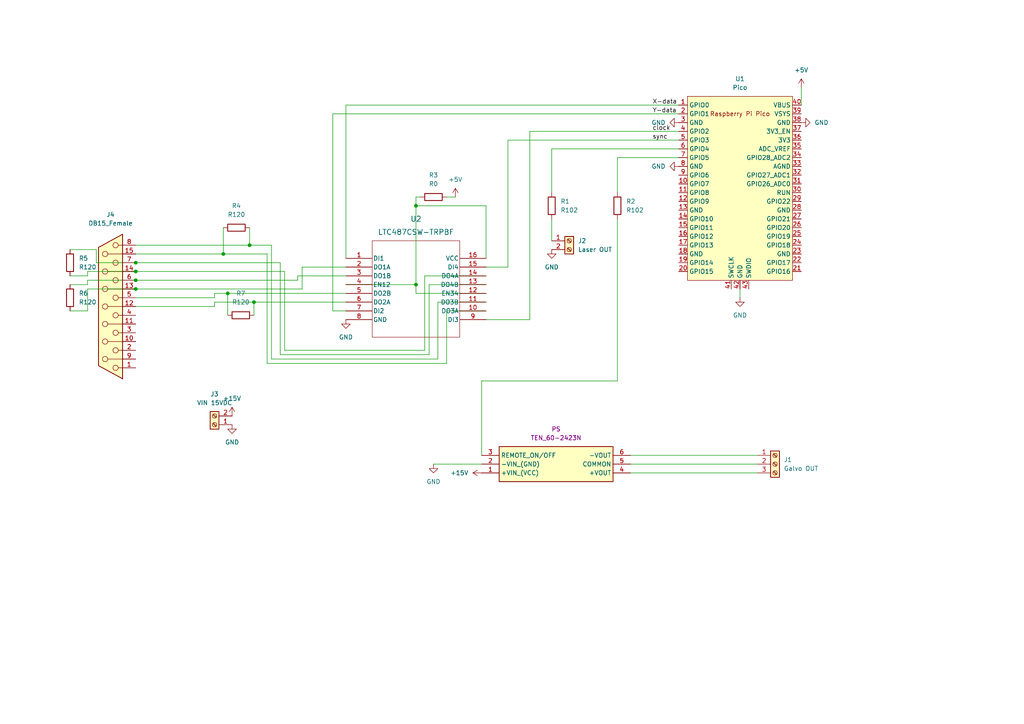
<source format=kicad_sch>
(kicad_sch (version 20211123) (generator eeschema)

  (uuid 1b5e06c3-d608-43ee-b168-a28527821337)

  (paper "A4")

  (lib_symbols
    (symbol "Connector:DB15_Female" (pin_names (offset 1.016) hide) (in_bom yes) (on_board yes)
      (property "Reference" "J" (id 0) (at 0.508 21.59 0)
        (effects (font (size 1.27 1.27)))
      )
      (property "Value" "DB15_Female" (id 1) (at 0 -22.225 0)
        (effects (font (size 1.27 1.27)))
      )
      (property "Footprint" "" (id 2) (at 0 0 0)
        (effects (font (size 1.27 1.27)) hide)
      )
      (property "Datasheet" " ~" (id 3) (at 0 0 0)
        (effects (font (size 1.27 1.27)) hide)
      )
      (property "ki_keywords" "female D-SUB connector" (id 4) (at 0 0 0)
        (effects (font (size 1.27 1.27)) hide)
      )
      (property "ki_description" "15-pin female D-SUB connector (low-density/2 columns)" (id 5) (at 0 0 0)
        (effects (font (size 1.27 1.27)) hide)
      )
      (property "ki_fp_filters" "DSUB*Female*" (id 6) (at 0 0 0)
        (effects (font (size 1.27 1.27)) hide)
      )
      (symbol "DB15_Female_0_1"
        (circle (center -1.778 -17.78) (radius 0.762)
          (stroke (width 0) (type default) (color 0 0 0 0))
          (fill (type none))
        )
        (circle (center -1.778 -12.7) (radius 0.762)
          (stroke (width 0) (type default) (color 0 0 0 0))
          (fill (type none))
        )
        (circle (center -1.778 -7.62) (radius 0.762)
          (stroke (width 0) (type default) (color 0 0 0 0))
          (fill (type none))
        )
        (circle (center -1.778 -2.54) (radius 0.762)
          (stroke (width 0) (type default) (color 0 0 0 0))
          (fill (type none))
        )
        (circle (center -1.778 2.54) (radius 0.762)
          (stroke (width 0) (type default) (color 0 0 0 0))
          (fill (type none))
        )
        (circle (center -1.778 7.62) (radius 0.762)
          (stroke (width 0) (type default) (color 0 0 0 0))
          (fill (type none))
        )
        (circle (center -1.778 12.7) (radius 0.762)
          (stroke (width 0) (type default) (color 0 0 0 0))
          (fill (type none))
        )
        (circle (center -1.778 17.78) (radius 0.762)
          (stroke (width 0) (type default) (color 0 0 0 0))
          (fill (type none))
        )
        (polyline
          (pts
            (xy -3.81 -17.78)
            (xy -2.54 -17.78)
          )
          (stroke (width 0) (type default) (color 0 0 0 0))
          (fill (type none))
        )
        (polyline
          (pts
            (xy -3.81 -15.24)
            (xy 0.508 -15.24)
          )
          (stroke (width 0) (type default) (color 0 0 0 0))
          (fill (type none))
        )
        (polyline
          (pts
            (xy -3.81 -12.7)
            (xy -2.54 -12.7)
          )
          (stroke (width 0) (type default) (color 0 0 0 0))
          (fill (type none))
        )
        (polyline
          (pts
            (xy -3.81 -10.16)
            (xy 0.508 -10.16)
          )
          (stroke (width 0) (type default) (color 0 0 0 0))
          (fill (type none))
        )
        (polyline
          (pts
            (xy -3.81 -7.62)
            (xy -2.54 -7.62)
          )
          (stroke (width 0) (type default) (color 0 0 0 0))
          (fill (type none))
        )
        (polyline
          (pts
            (xy -3.81 -5.08)
            (xy 0.508 -5.08)
          )
          (stroke (width 0) (type default) (color 0 0 0 0))
          (fill (type none))
        )
        (polyline
          (pts
            (xy -3.81 -2.54)
            (xy -2.54 -2.54)
          )
          (stroke (width 0) (type default) (color 0 0 0 0))
          (fill (type none))
        )
        (polyline
          (pts
            (xy -3.81 0)
            (xy 0.508 0)
          )
          (stroke (width 0) (type default) (color 0 0 0 0))
          (fill (type none))
        )
        (polyline
          (pts
            (xy -3.81 2.54)
            (xy -2.54 2.54)
          )
          (stroke (width 0) (type default) (color 0 0 0 0))
          (fill (type none))
        )
        (polyline
          (pts
            (xy -3.81 5.08)
            (xy 0.508 5.08)
          )
          (stroke (width 0) (type default) (color 0 0 0 0))
          (fill (type none))
        )
        (polyline
          (pts
            (xy -3.81 7.62)
            (xy -2.54 7.62)
          )
          (stroke (width 0) (type default) (color 0 0 0 0))
          (fill (type none))
        )
        (polyline
          (pts
            (xy -3.81 10.16)
            (xy 0.508 10.16)
          )
          (stroke (width 0) (type default) (color 0 0 0 0))
          (fill (type none))
        )
        (polyline
          (pts
            (xy -3.81 12.7)
            (xy -2.54 12.7)
          )
          (stroke (width 0) (type default) (color 0 0 0 0))
          (fill (type none))
        )
        (polyline
          (pts
            (xy -3.81 15.24)
            (xy 0.508 15.24)
          )
          (stroke (width 0) (type default) (color 0 0 0 0))
          (fill (type none))
        )
        (polyline
          (pts
            (xy -3.81 17.78)
            (xy -2.54 17.78)
          )
          (stroke (width 0) (type default) (color 0 0 0 0))
          (fill (type none))
        )
        (polyline
          (pts
            (xy -3.81 20.955)
            (xy 3.175 17.145)
            (xy 3.175 -17.145)
            (xy -3.81 -20.955)
            (xy -3.81 20.955)
          )
          (stroke (width 0.254) (type default) (color 0 0 0 0))
          (fill (type background))
        )
        (circle (center 1.27 -15.24) (radius 0.762)
          (stroke (width 0) (type default) (color 0 0 0 0))
          (fill (type none))
        )
        (circle (center 1.27 -10.16) (radius 0.762)
          (stroke (width 0) (type default) (color 0 0 0 0))
          (fill (type none))
        )
        (circle (center 1.27 -5.08) (radius 0.762)
          (stroke (width 0) (type default) (color 0 0 0 0))
          (fill (type none))
        )
        (circle (center 1.27 0) (radius 0.762)
          (stroke (width 0) (type default) (color 0 0 0 0))
          (fill (type none))
        )
        (circle (center 1.27 5.08) (radius 0.762)
          (stroke (width 0) (type default) (color 0 0 0 0))
          (fill (type none))
        )
        (circle (center 1.27 10.16) (radius 0.762)
          (stroke (width 0) (type default) (color 0 0 0 0))
          (fill (type none))
        )
        (circle (center 1.27 15.24) (radius 0.762)
          (stroke (width 0) (type default) (color 0 0 0 0))
          (fill (type none))
        )
      )
      (symbol "DB15_Female_1_1"
        (pin passive line (at -7.62 17.78 0) (length 3.81)
          (name "1" (effects (font (size 1.27 1.27))))
          (number "1" (effects (font (size 1.27 1.27))))
        )
        (pin passive line (at -7.62 10.16 0) (length 3.81)
          (name "P10" (effects (font (size 1.27 1.27))))
          (number "10" (effects (font (size 1.27 1.27))))
        )
        (pin passive line (at -7.62 5.08 0) (length 3.81)
          (name "P111" (effects (font (size 1.27 1.27))))
          (number "11" (effects (font (size 1.27 1.27))))
        )
        (pin passive line (at -7.62 0 0) (length 3.81)
          (name "P12" (effects (font (size 1.27 1.27))))
          (number "12" (effects (font (size 1.27 1.27))))
        )
        (pin passive line (at -7.62 -5.08 0) (length 3.81)
          (name "P13" (effects (font (size 1.27 1.27))))
          (number "13" (effects (font (size 1.27 1.27))))
        )
        (pin passive line (at -7.62 -10.16 0) (length 3.81)
          (name "P14" (effects (font (size 1.27 1.27))))
          (number "14" (effects (font (size 1.27 1.27))))
        )
        (pin passive line (at -7.62 -15.24 0) (length 3.81)
          (name "P15" (effects (font (size 1.27 1.27))))
          (number "15" (effects (font (size 1.27 1.27))))
        )
        (pin passive line (at -7.62 12.7 0) (length 3.81)
          (name "2" (effects (font (size 1.27 1.27))))
          (number "2" (effects (font (size 1.27 1.27))))
        )
        (pin passive line (at -7.62 7.62 0) (length 3.81)
          (name "3" (effects (font (size 1.27 1.27))))
          (number "3" (effects (font (size 1.27 1.27))))
        )
        (pin passive line (at -7.62 2.54 0) (length 3.81)
          (name "4" (effects (font (size 1.27 1.27))))
          (number "4" (effects (font (size 1.27 1.27))))
        )
        (pin passive line (at -7.62 -2.54 0) (length 3.81)
          (name "5" (effects (font (size 1.27 1.27))))
          (number "5" (effects (font (size 1.27 1.27))))
        )
        (pin passive line (at -7.62 -7.62 0) (length 3.81)
          (name "6" (effects (font (size 1.27 1.27))))
          (number "6" (effects (font (size 1.27 1.27))))
        )
        (pin passive line (at -7.62 -12.7 0) (length 3.81)
          (name "7" (effects (font (size 1.27 1.27))))
          (number "7" (effects (font (size 1.27 1.27))))
        )
        (pin passive line (at -7.62 -17.78 0) (length 3.81)
          (name "8" (effects (font (size 1.27 1.27))))
          (number "8" (effects (font (size 1.27 1.27))))
        )
        (pin passive line (at -7.62 15.24 0) (length 3.81)
          (name "P9" (effects (font (size 1.27 1.27))))
          (number "9" (effects (font (size 1.27 1.27))))
        )
      )
    )
    (symbol "Connector:Screw_Terminal_01x02" (pin_names (offset 1.016) hide) (in_bom yes) (on_board yes)
      (property "Reference" "J" (id 0) (at 0 2.54 0)
        (effects (font (size 1.27 1.27)))
      )
      (property "Value" "Screw_Terminal_01x02" (id 1) (at 0 -5.08 0)
        (effects (font (size 1.27 1.27)))
      )
      (property "Footprint" "" (id 2) (at 0 0 0)
        (effects (font (size 1.27 1.27)) hide)
      )
      (property "Datasheet" "~" (id 3) (at 0 0 0)
        (effects (font (size 1.27 1.27)) hide)
      )
      (property "ki_keywords" "screw terminal" (id 4) (at 0 0 0)
        (effects (font (size 1.27 1.27)) hide)
      )
      (property "ki_description" "Generic screw terminal, single row, 01x02, script generated (kicad-library-utils/schlib/autogen/connector/)" (id 5) (at 0 0 0)
        (effects (font (size 1.27 1.27)) hide)
      )
      (property "ki_fp_filters" "TerminalBlock*:*" (id 6) (at 0 0 0)
        (effects (font (size 1.27 1.27)) hide)
      )
      (symbol "Screw_Terminal_01x02_1_1"
        (rectangle (start -1.27 1.27) (end 1.27 -3.81)
          (stroke (width 0.254) (type default) (color 0 0 0 0))
          (fill (type background))
        )
        (circle (center 0 -2.54) (radius 0.635)
          (stroke (width 0.1524) (type default) (color 0 0 0 0))
          (fill (type none))
        )
        (polyline
          (pts
            (xy -0.5334 -2.2098)
            (xy 0.3302 -3.048)
          )
          (stroke (width 0.1524) (type default) (color 0 0 0 0))
          (fill (type none))
        )
        (polyline
          (pts
            (xy -0.5334 0.3302)
            (xy 0.3302 -0.508)
          )
          (stroke (width 0.1524) (type default) (color 0 0 0 0))
          (fill (type none))
        )
        (polyline
          (pts
            (xy -0.3556 -2.032)
            (xy 0.508 -2.8702)
          )
          (stroke (width 0.1524) (type default) (color 0 0 0 0))
          (fill (type none))
        )
        (polyline
          (pts
            (xy -0.3556 0.508)
            (xy 0.508 -0.3302)
          )
          (stroke (width 0.1524) (type default) (color 0 0 0 0))
          (fill (type none))
        )
        (circle (center 0 0) (radius 0.635)
          (stroke (width 0.1524) (type default) (color 0 0 0 0))
          (fill (type none))
        )
        (pin passive line (at -5.08 0 0) (length 3.81)
          (name "Pin_1" (effects (font (size 1.27 1.27))))
          (number "1" (effects (font (size 1.27 1.27))))
        )
        (pin passive line (at -5.08 -2.54 0) (length 3.81)
          (name "Pin_2" (effects (font (size 1.27 1.27))))
          (number "2" (effects (font (size 1.27 1.27))))
        )
      )
    )
    (symbol "Connector:Screw_Terminal_01x03" (pin_names (offset 1.016) hide) (in_bom yes) (on_board yes)
      (property "Reference" "J" (id 0) (at 0 5.08 0)
        (effects (font (size 1.27 1.27)))
      )
      (property "Value" "Screw_Terminal_01x03" (id 1) (at 0 -5.08 0)
        (effects (font (size 1.27 1.27)))
      )
      (property "Footprint" "" (id 2) (at 0 0 0)
        (effects (font (size 1.27 1.27)) hide)
      )
      (property "Datasheet" "~" (id 3) (at 0 0 0)
        (effects (font (size 1.27 1.27)) hide)
      )
      (property "ki_keywords" "screw terminal" (id 4) (at 0 0 0)
        (effects (font (size 1.27 1.27)) hide)
      )
      (property "ki_description" "Generic screw terminal, single row, 01x03, script generated (kicad-library-utils/schlib/autogen/connector/)" (id 5) (at 0 0 0)
        (effects (font (size 1.27 1.27)) hide)
      )
      (property "ki_fp_filters" "TerminalBlock*:*" (id 6) (at 0 0 0)
        (effects (font (size 1.27 1.27)) hide)
      )
      (symbol "Screw_Terminal_01x03_1_1"
        (rectangle (start -1.27 3.81) (end 1.27 -3.81)
          (stroke (width 0.254) (type default) (color 0 0 0 0))
          (fill (type background))
        )
        (circle (center 0 -2.54) (radius 0.635)
          (stroke (width 0.1524) (type default) (color 0 0 0 0))
          (fill (type none))
        )
        (polyline
          (pts
            (xy -0.5334 -2.2098)
            (xy 0.3302 -3.048)
          )
          (stroke (width 0.1524) (type default) (color 0 0 0 0))
          (fill (type none))
        )
        (polyline
          (pts
            (xy -0.5334 0.3302)
            (xy 0.3302 -0.508)
          )
          (stroke (width 0.1524) (type default) (color 0 0 0 0))
          (fill (type none))
        )
        (polyline
          (pts
            (xy -0.5334 2.8702)
            (xy 0.3302 2.032)
          )
          (stroke (width 0.1524) (type default) (color 0 0 0 0))
          (fill (type none))
        )
        (polyline
          (pts
            (xy -0.3556 -2.032)
            (xy 0.508 -2.8702)
          )
          (stroke (width 0.1524) (type default) (color 0 0 0 0))
          (fill (type none))
        )
        (polyline
          (pts
            (xy -0.3556 0.508)
            (xy 0.508 -0.3302)
          )
          (stroke (width 0.1524) (type default) (color 0 0 0 0))
          (fill (type none))
        )
        (polyline
          (pts
            (xy -0.3556 3.048)
            (xy 0.508 2.2098)
          )
          (stroke (width 0.1524) (type default) (color 0 0 0 0))
          (fill (type none))
        )
        (circle (center 0 0) (radius 0.635)
          (stroke (width 0.1524) (type default) (color 0 0 0 0))
          (fill (type none))
        )
        (circle (center 0 2.54) (radius 0.635)
          (stroke (width 0.1524) (type default) (color 0 0 0 0))
          (fill (type none))
        )
        (pin passive line (at -5.08 2.54 0) (length 3.81)
          (name "Pin_1" (effects (font (size 1.27 1.27))))
          (number "1" (effects (font (size 1.27 1.27))))
        )
        (pin passive line (at -5.08 0 0) (length 3.81)
          (name "Pin_2" (effects (font (size 1.27 1.27))))
          (number "2" (effects (font (size 1.27 1.27))))
        )
        (pin passive line (at -5.08 -2.54 0) (length 3.81)
          (name "Pin_3" (effects (font (size 1.27 1.27))))
          (number "3" (effects (font (size 1.27 1.27))))
        )
      )
    )
    (symbol "Device:R" (pin_numbers hide) (pin_names (offset 0)) (in_bom yes) (on_board yes)
      (property "Reference" "R" (id 0) (at 2.032 0 90)
        (effects (font (size 1.27 1.27)))
      )
      (property "Value" "R" (id 1) (at 0 0 90)
        (effects (font (size 1.27 1.27)))
      )
      (property "Footprint" "" (id 2) (at -1.778 0 90)
        (effects (font (size 1.27 1.27)) hide)
      )
      (property "Datasheet" "~" (id 3) (at 0 0 0)
        (effects (font (size 1.27 1.27)) hide)
      )
      (property "ki_keywords" "R res resistor" (id 4) (at 0 0 0)
        (effects (font (size 1.27 1.27)) hide)
      )
      (property "ki_description" "Resistor" (id 5) (at 0 0 0)
        (effects (font (size 1.27 1.27)) hide)
      )
      (property "ki_fp_filters" "R_*" (id 6) (at 0 0 0)
        (effects (font (size 1.27 1.27)) hide)
      )
      (symbol "R_0_1"
        (rectangle (start -1.016 -2.54) (end 1.016 2.54)
          (stroke (width 0.254) (type default) (color 0 0 0 0))
          (fill (type none))
        )
      )
      (symbol "R_1_1"
        (pin passive line (at 0 3.81 270) (length 1.27)
          (name "~" (effects (font (size 1.27 1.27))))
          (number "1" (effects (font (size 1.27 1.27))))
        )
        (pin passive line (at 0 -3.81 90) (length 1.27)
          (name "~" (effects (font (size 1.27 1.27))))
          (number "2" (effects (font (size 1.27 1.27))))
        )
      )
    )
    (symbol "LTC487CSW:LTC487CSW-TRPBF" (pin_names (offset 0.254)) (in_bom yes) (on_board yes)
      (property "Reference" "U" (id 0) (at 20.32 10.16 0)
        (effects (font (size 1.524 1.524)))
      )
      (property "Value" "LTC487CSW-TRPBF" (id 1) (at 20.32 7.62 0)
        (effects (font (size 1.524 1.524)))
      )
      (property "Footprint" "SO-16_SW_LIT" (id 2) (at 0 0 0)
        (effects (font (size 1.27 1.27) italic) hide)
      )
      (property "Datasheet" "LTC487CSW-TRPBF" (id 3) (at 0 0 0)
        (effects (font (size 1.27 1.27) italic) hide)
      )
      (property "ki_locked" "" (id 4) (at 0 0 0)
        (effects (font (size 1.27 1.27)))
      )
      (property "ki_keywords" "LTC487CSW#TRPBF" (id 5) (at 0 0 0)
        (effects (font (size 1.27 1.27)) hide)
      )
      (property "ki_fp_filters" "SO-16_SW_LIT SO-16_SW_LIT-M SO-16_SW_LIT-L" (id 6) (at 0 0 0)
        (effects (font (size 1.27 1.27)) hide)
      )
      (symbol "LTC487CSW-TRPBF_0_1"
        (polyline
          (pts
            (xy 7.62 -22.86)
            (xy 33.02 -22.86)
          )
          (stroke (width 0.127) (type default) (color 0 0 0 0))
          (fill (type none))
        )
        (polyline
          (pts
            (xy 7.62 5.08)
            (xy 7.62 -22.86)
          )
          (stroke (width 0.127) (type default) (color 0 0 0 0))
          (fill (type none))
        )
        (polyline
          (pts
            (xy 33.02 -22.86)
            (xy 33.02 5.08)
          )
          (stroke (width 0.127) (type default) (color 0 0 0 0))
          (fill (type none))
        )
        (polyline
          (pts
            (xy 33.02 5.08)
            (xy 7.62 5.08)
          )
          (stroke (width 0.127) (type default) (color 0 0 0 0))
          (fill (type none))
        )
        (pin input line (at 0 0 0) (length 7.62)
          (name "DI1" (effects (font (size 1.27 1.27))))
          (number "1" (effects (font (size 1.27 1.27))))
        )
        (pin output line (at 40.64 -15.24 180) (length 7.62)
          (name "DO3A" (effects (font (size 1.27 1.27))))
          (number "10" (effects (font (size 1.27 1.27))))
        )
        (pin output line (at 40.64 -12.7 180) (length 7.62)
          (name "DO3B" (effects (font (size 1.27 1.27))))
          (number "11" (effects (font (size 1.27 1.27))))
        )
        (pin output line (at 40.64 -10.16 180) (length 7.62)
          (name "EN34" (effects (font (size 1.27 1.27))))
          (number "12" (effects (font (size 1.27 1.27))))
        )
        (pin output line (at 40.64 -7.62 180) (length 7.62)
          (name "DO4B" (effects (font (size 1.27 1.27))))
          (number "13" (effects (font (size 1.27 1.27))))
        )
        (pin output line (at 40.64 -5.08 180) (length 7.62)
          (name "DO4A" (effects (font (size 1.27 1.27))))
          (number "14" (effects (font (size 1.27 1.27))))
        )
        (pin input line (at 40.64 -2.54 180) (length 7.62)
          (name "DI4" (effects (font (size 1.27 1.27))))
          (number "15" (effects (font (size 1.27 1.27))))
        )
        (pin power_in line (at 40.64 0 180) (length 7.62)
          (name "VCC" (effects (font (size 1.27 1.27))))
          (number "16" (effects (font (size 1.27 1.27))))
        )
        (pin output line (at 0 -2.54 0) (length 7.62)
          (name "DO1A" (effects (font (size 1.27 1.27))))
          (number "2" (effects (font (size 1.27 1.27))))
        )
        (pin output line (at 0 -5.08 0) (length 7.62)
          (name "DO1B" (effects (font (size 1.27 1.27))))
          (number "3" (effects (font (size 1.27 1.27))))
        )
        (pin output line (at 0 -7.62 0) (length 7.62)
          (name "EN12" (effects (font (size 1.27 1.27))))
          (number "4" (effects (font (size 1.27 1.27))))
        )
        (pin output line (at 0 -10.16 0) (length 7.62)
          (name "DO2B" (effects (font (size 1.27 1.27))))
          (number "5" (effects (font (size 1.27 1.27))))
        )
        (pin output line (at 0 -12.7 0) (length 7.62)
          (name "DO2A" (effects (font (size 1.27 1.27))))
          (number "6" (effects (font (size 1.27 1.27))))
        )
        (pin input line (at 0 -15.24 0) (length 7.62)
          (name "DI2" (effects (font (size 1.27 1.27))))
          (number "7" (effects (font (size 1.27 1.27))))
        )
        (pin power_in line (at 0 -17.78 0) (length 7.62)
          (name "GND" (effects (font (size 1.27 1.27))))
          (number "8" (effects (font (size 1.27 1.27))))
        )
        (pin input line (at 40.64 -17.78 180) (length 7.62)
          (name "DI3" (effects (font (size 1.27 1.27))))
          (number "9" (effects (font (size 1.27 1.27))))
        )
      )
    )
    (symbol "MCU_RaspberryPi_and_Boards:Pico" (in_bom yes) (on_board yes)
      (property "Reference" "U" (id 0) (at -13.97 27.94 0)
        (effects (font (size 1.27 1.27)))
      )
      (property "Value" "Pico" (id 1) (at 0 19.05 0)
        (effects (font (size 1.27 1.27)))
      )
      (property "Footprint" "RPi_Pico:RPi_Pico_SMD_TH" (id 2) (at 0 0 90)
        (effects (font (size 1.27 1.27)) hide)
      )
      (property "Datasheet" "" (id 3) (at 0 0 0)
        (effects (font (size 1.27 1.27)) hide)
      )
      (symbol "Pico_0_0"
        (text "Raspberry Pi Pico" (at 0 21.59 0)
          (effects (font (size 1.27 1.27)))
        )
      )
      (symbol "Pico_0_1"
        (rectangle (start -15.24 26.67) (end 15.24 -26.67)
          (stroke (width 0) (type default) (color 0 0 0 0))
          (fill (type background))
        )
      )
      (symbol "Pico_1_1"
        (pin bidirectional line (at -17.78 24.13 0) (length 2.54)
          (name "GPIO0" (effects (font (size 1.27 1.27))))
          (number "1" (effects (font (size 1.27 1.27))))
        )
        (pin bidirectional line (at -17.78 1.27 0) (length 2.54)
          (name "GPIO7" (effects (font (size 1.27 1.27))))
          (number "10" (effects (font (size 1.27 1.27))))
        )
        (pin bidirectional line (at -17.78 -1.27 0) (length 2.54)
          (name "GPIO8" (effects (font (size 1.27 1.27))))
          (number "11" (effects (font (size 1.27 1.27))))
        )
        (pin bidirectional line (at -17.78 -3.81 0) (length 2.54)
          (name "GPIO9" (effects (font (size 1.27 1.27))))
          (number "12" (effects (font (size 1.27 1.27))))
        )
        (pin power_in line (at -17.78 -6.35 0) (length 2.54)
          (name "GND" (effects (font (size 1.27 1.27))))
          (number "13" (effects (font (size 1.27 1.27))))
        )
        (pin bidirectional line (at -17.78 -8.89 0) (length 2.54)
          (name "GPIO10" (effects (font (size 1.27 1.27))))
          (number "14" (effects (font (size 1.27 1.27))))
        )
        (pin bidirectional line (at -17.78 -11.43 0) (length 2.54)
          (name "GPIO11" (effects (font (size 1.27 1.27))))
          (number "15" (effects (font (size 1.27 1.27))))
        )
        (pin bidirectional line (at -17.78 -13.97 0) (length 2.54)
          (name "GPIO12" (effects (font (size 1.27 1.27))))
          (number "16" (effects (font (size 1.27 1.27))))
        )
        (pin bidirectional line (at -17.78 -16.51 0) (length 2.54)
          (name "GPIO13" (effects (font (size 1.27 1.27))))
          (number "17" (effects (font (size 1.27 1.27))))
        )
        (pin power_in line (at -17.78 -19.05 0) (length 2.54)
          (name "GND" (effects (font (size 1.27 1.27))))
          (number "18" (effects (font (size 1.27 1.27))))
        )
        (pin bidirectional line (at -17.78 -21.59 0) (length 2.54)
          (name "GPIO14" (effects (font (size 1.27 1.27))))
          (number "19" (effects (font (size 1.27 1.27))))
        )
        (pin bidirectional line (at -17.78 21.59 0) (length 2.54)
          (name "GPIO1" (effects (font (size 1.27 1.27))))
          (number "2" (effects (font (size 1.27 1.27))))
        )
        (pin bidirectional line (at -17.78 -24.13 0) (length 2.54)
          (name "GPIO15" (effects (font (size 1.27 1.27))))
          (number "20" (effects (font (size 1.27 1.27))))
        )
        (pin bidirectional line (at 17.78 -24.13 180) (length 2.54)
          (name "GPIO16" (effects (font (size 1.27 1.27))))
          (number "21" (effects (font (size 1.27 1.27))))
        )
        (pin bidirectional line (at 17.78 -21.59 180) (length 2.54)
          (name "GPIO17" (effects (font (size 1.27 1.27))))
          (number "22" (effects (font (size 1.27 1.27))))
        )
        (pin power_in line (at 17.78 -19.05 180) (length 2.54)
          (name "GND" (effects (font (size 1.27 1.27))))
          (number "23" (effects (font (size 1.27 1.27))))
        )
        (pin bidirectional line (at 17.78 -16.51 180) (length 2.54)
          (name "GPIO18" (effects (font (size 1.27 1.27))))
          (number "24" (effects (font (size 1.27 1.27))))
        )
        (pin bidirectional line (at 17.78 -13.97 180) (length 2.54)
          (name "GPIO19" (effects (font (size 1.27 1.27))))
          (number "25" (effects (font (size 1.27 1.27))))
        )
        (pin bidirectional line (at 17.78 -11.43 180) (length 2.54)
          (name "GPIO20" (effects (font (size 1.27 1.27))))
          (number "26" (effects (font (size 1.27 1.27))))
        )
        (pin bidirectional line (at 17.78 -8.89 180) (length 2.54)
          (name "GPIO21" (effects (font (size 1.27 1.27))))
          (number "27" (effects (font (size 1.27 1.27))))
        )
        (pin power_in line (at 17.78 -6.35 180) (length 2.54)
          (name "GND" (effects (font (size 1.27 1.27))))
          (number "28" (effects (font (size 1.27 1.27))))
        )
        (pin bidirectional line (at 17.78 -3.81 180) (length 2.54)
          (name "GPIO22" (effects (font (size 1.27 1.27))))
          (number "29" (effects (font (size 1.27 1.27))))
        )
        (pin power_in line (at -17.78 19.05 0) (length 2.54)
          (name "GND" (effects (font (size 1.27 1.27))))
          (number "3" (effects (font (size 1.27 1.27))))
        )
        (pin input line (at 17.78 -1.27 180) (length 2.54)
          (name "RUN" (effects (font (size 1.27 1.27))))
          (number "30" (effects (font (size 1.27 1.27))))
        )
        (pin bidirectional line (at 17.78 1.27 180) (length 2.54)
          (name "GPIO26_ADC0" (effects (font (size 1.27 1.27))))
          (number "31" (effects (font (size 1.27 1.27))))
        )
        (pin bidirectional line (at 17.78 3.81 180) (length 2.54)
          (name "GPIO27_ADC1" (effects (font (size 1.27 1.27))))
          (number "32" (effects (font (size 1.27 1.27))))
        )
        (pin power_in line (at 17.78 6.35 180) (length 2.54)
          (name "AGND" (effects (font (size 1.27 1.27))))
          (number "33" (effects (font (size 1.27 1.27))))
        )
        (pin bidirectional line (at 17.78 8.89 180) (length 2.54)
          (name "GPIO28_ADC2" (effects (font (size 1.27 1.27))))
          (number "34" (effects (font (size 1.27 1.27))))
        )
        (pin power_in line (at 17.78 11.43 180) (length 2.54)
          (name "ADC_VREF" (effects (font (size 1.27 1.27))))
          (number "35" (effects (font (size 1.27 1.27))))
        )
        (pin power_in line (at 17.78 13.97 180) (length 2.54)
          (name "3V3" (effects (font (size 1.27 1.27))))
          (number "36" (effects (font (size 1.27 1.27))))
        )
        (pin input line (at 17.78 16.51 180) (length 2.54)
          (name "3V3_EN" (effects (font (size 1.27 1.27))))
          (number "37" (effects (font (size 1.27 1.27))))
        )
        (pin bidirectional line (at 17.78 19.05 180) (length 2.54)
          (name "GND" (effects (font (size 1.27 1.27))))
          (number "38" (effects (font (size 1.27 1.27))))
        )
        (pin power_in line (at 17.78 21.59 180) (length 2.54)
          (name "VSYS" (effects (font (size 1.27 1.27))))
          (number "39" (effects (font (size 1.27 1.27))))
        )
        (pin bidirectional line (at -17.78 16.51 0) (length 2.54)
          (name "GPIO2" (effects (font (size 1.27 1.27))))
          (number "4" (effects (font (size 1.27 1.27))))
        )
        (pin power_in line (at 17.78 24.13 180) (length 2.54)
          (name "VBUS" (effects (font (size 1.27 1.27))))
          (number "40" (effects (font (size 1.27 1.27))))
        )
        (pin input line (at -2.54 -29.21 90) (length 2.54)
          (name "SWCLK" (effects (font (size 1.27 1.27))))
          (number "41" (effects (font (size 1.27 1.27))))
        )
        (pin power_in line (at 0 -29.21 90) (length 2.54)
          (name "GND" (effects (font (size 1.27 1.27))))
          (number "42" (effects (font (size 1.27 1.27))))
        )
        (pin bidirectional line (at 2.54 -29.21 90) (length 2.54)
          (name "SWDIO" (effects (font (size 1.27 1.27))))
          (number "43" (effects (font (size 1.27 1.27))))
        )
        (pin bidirectional line (at -17.78 13.97 0) (length 2.54)
          (name "GPIO3" (effects (font (size 1.27 1.27))))
          (number "5" (effects (font (size 1.27 1.27))))
        )
        (pin bidirectional line (at -17.78 11.43 0) (length 2.54)
          (name "GPIO4" (effects (font (size 1.27 1.27))))
          (number "6" (effects (font (size 1.27 1.27))))
        )
        (pin bidirectional line (at -17.78 8.89 0) (length 2.54)
          (name "GPIO5" (effects (font (size 1.27 1.27))))
          (number "7" (effects (font (size 1.27 1.27))))
        )
        (pin power_in line (at -17.78 6.35 0) (length 2.54)
          (name "GND" (effects (font (size 1.27 1.27))))
          (number "8" (effects (font (size 1.27 1.27))))
        )
        (pin bidirectional line (at -17.78 3.81 0) (length 2.54)
          (name "GPIO6" (effects (font (size 1.27 1.27))))
          (number "9" (effects (font (size 1.27 1.27))))
        )
      )
    )
    (symbol "TEN_60-2423N:TEN_60-2423N" (in_bom yes) (on_board yes)
      (property "Reference" "" (id 0) (at 0 0 0)
        (effects (font (size 1.27 1.27)))
      )
      (property "Value" "TEN_60-2423N" (id 1) (at 0 0 0)
        (effects (font (size 1.27 1.27)))
      )
      (property "Footprint" "" (id 2) (at 0 0 0)
        (effects (font (size 1.27 1.27)) hide)
      )
      (property "Datasheet" "" (id 3) (at 0 0 0)
        (effects (font (size 1.27 1.27)) hide)
      )
      (property "Reference_1" "PS" (id 4) (at 39.37 7.62 0)
        (effects (font (size 1.27 1.27)) (justify left top))
      )
      (property "Value_1" "TEN_60-2423N" (id 5) (at 39.37 5.08 0)
        (effects (font (size 1.27 1.27)) (justify left top))
      )
      (property "Footprint_1" "TEN602423N" (id 6) (at 39.37 -94.92 0)
        (effects (font (size 1.27 1.27)) (justify left top) hide)
      )
      (property "Datasheet_1" "https://tracopower.com/ten60n-datasheet/" (id 7) (at 39.37 -194.92 0)
        (effects (font (size 1.27 1.27)) (justify left top) hide)
      )
      (property "Height" "10.7" (id 8) (at 39.37 -394.92 0)
        (effects (font (size 1.27 1.27)) (justify left top) hide)
      )
      (property "Farnell Part Number" "" (id 9) (at 39.37 -494.92 0)
        (effects (font (size 1.27 1.27)) (justify left top) hide)
      )
      (property "Farnell Price/Stock" "" (id 10) (at 39.37 -594.92 0)
        (effects (font (size 1.27 1.27)) (justify left top) hide)
      )
      (property "Manufacturer_Name" "Traco Power" (id 11) (at 39.37 -694.92 0)
        (effects (font (size 1.27 1.27)) (justify left top) hide)
      )
      (property "Manufacturer_Part_Number" "TEN 60-2423N" (id 12) (at 39.37 -794.92 0)
        (effects (font (size 1.27 1.27)) (justify left top) hide)
      )
      (property "ki_description" "60 Watt DC/DC converter, industrial, 2:1 input, optimized design, encapsulated, 2\" x 1\" metal package" (id 13) (at 0 0 0)
        (effects (font (size 1.27 1.27)) hide)
      )
      (symbol "TEN_60-2423N_1_1"
        (rectangle (start 5.08 2.54) (end 38.1 -7.62)
          (stroke (width 0.254) (type default) (color 0 0 0 0))
          (fill (type background))
        )
        (pin passive line (at 0 -5.08 0) (length 5.08)
          (name "+VIN_(VCC)" (effects (font (size 1.27 1.27))))
          (number "1" (effects (font (size 1.27 1.27))))
        )
        (pin passive line (at 0 -2.54 0) (length 5.08)
          (name "-VIN_(GND)" (effects (font (size 1.27 1.27))))
          (number "2" (effects (font (size 1.27 1.27))))
        )
        (pin passive line (at 0 0 0) (length 5.08)
          (name "REMOTE_ON/OFF" (effects (font (size 1.27 1.27))))
          (number "3" (effects (font (size 1.27 1.27))))
        )
        (pin passive line (at 43.18 -5.08 180) (length 5.08)
          (name "+VOUT" (effects (font (size 1.27 1.27))))
          (number "4" (effects (font (size 1.27 1.27))))
        )
        (pin passive line (at 43.18 -2.54 180) (length 5.08)
          (name "COMMON" (effects (font (size 1.27 1.27))))
          (number "5" (effects (font (size 1.27 1.27))))
        )
        (pin passive line (at 43.18 0 180) (length 5.08)
          (name "-VOUT" (effects (font (size 1.27 1.27))))
          (number "6" (effects (font (size 1.27 1.27))))
        )
      )
    )
    (symbol "power:+15V" (power) (pin_names (offset 0)) (in_bom yes) (on_board yes)
      (property "Reference" "#PWR" (id 0) (at 0 -3.81 0)
        (effects (font (size 1.27 1.27)) hide)
      )
      (property "Value" "+15V" (id 1) (at 0 3.556 0)
        (effects (font (size 1.27 1.27)))
      )
      (property "Footprint" "" (id 2) (at 0 0 0)
        (effects (font (size 1.27 1.27)) hide)
      )
      (property "Datasheet" "" (id 3) (at 0 0 0)
        (effects (font (size 1.27 1.27)) hide)
      )
      (property "ki_keywords" "power-flag" (id 4) (at 0 0 0)
        (effects (font (size 1.27 1.27)) hide)
      )
      (property "ki_description" "Power symbol creates a global label with name \"+15V\"" (id 5) (at 0 0 0)
        (effects (font (size 1.27 1.27)) hide)
      )
      (symbol "+15V_0_1"
        (polyline
          (pts
            (xy -0.762 1.27)
            (xy 0 2.54)
          )
          (stroke (width 0) (type default) (color 0 0 0 0))
          (fill (type none))
        )
        (polyline
          (pts
            (xy 0 0)
            (xy 0 2.54)
          )
          (stroke (width 0) (type default) (color 0 0 0 0))
          (fill (type none))
        )
        (polyline
          (pts
            (xy 0 2.54)
            (xy 0.762 1.27)
          )
          (stroke (width 0) (type default) (color 0 0 0 0))
          (fill (type none))
        )
      )
      (symbol "+15V_1_1"
        (pin power_in line (at 0 0 90) (length 0) hide
          (name "+15V" (effects (font (size 1.27 1.27))))
          (number "1" (effects (font (size 1.27 1.27))))
        )
      )
    )
    (symbol "power:+5V" (power) (pin_names (offset 0)) (in_bom yes) (on_board yes)
      (property "Reference" "#PWR" (id 0) (at 0 -3.81 0)
        (effects (font (size 1.27 1.27)) hide)
      )
      (property "Value" "+5V" (id 1) (at 0 3.556 0)
        (effects (font (size 1.27 1.27)))
      )
      (property "Footprint" "" (id 2) (at 0 0 0)
        (effects (font (size 1.27 1.27)) hide)
      )
      (property "Datasheet" "" (id 3) (at 0 0 0)
        (effects (font (size 1.27 1.27)) hide)
      )
      (property "ki_keywords" "power-flag" (id 4) (at 0 0 0)
        (effects (font (size 1.27 1.27)) hide)
      )
      (property "ki_description" "Power symbol creates a global label with name \"+5V\"" (id 5) (at 0 0 0)
        (effects (font (size 1.27 1.27)) hide)
      )
      (symbol "+5V_0_1"
        (polyline
          (pts
            (xy -0.762 1.27)
            (xy 0 2.54)
          )
          (stroke (width 0) (type default) (color 0 0 0 0))
          (fill (type none))
        )
        (polyline
          (pts
            (xy 0 0)
            (xy 0 2.54)
          )
          (stroke (width 0) (type default) (color 0 0 0 0))
          (fill (type none))
        )
        (polyline
          (pts
            (xy 0 2.54)
            (xy 0.762 1.27)
          )
          (stroke (width 0) (type default) (color 0 0 0 0))
          (fill (type none))
        )
      )
      (symbol "+5V_1_1"
        (pin power_in line (at 0 0 90) (length 0) hide
          (name "+5V" (effects (font (size 1.27 1.27))))
          (number "1" (effects (font (size 1.27 1.27))))
        )
      )
    )
    (symbol "power:GND" (power) (pin_names (offset 0)) (in_bom yes) (on_board yes)
      (property "Reference" "#PWR" (id 0) (at 0 -6.35 0)
        (effects (font (size 1.27 1.27)) hide)
      )
      (property "Value" "GND" (id 1) (at 0 -3.81 0)
        (effects (font (size 1.27 1.27)))
      )
      (property "Footprint" "" (id 2) (at 0 0 0)
        (effects (font (size 1.27 1.27)) hide)
      )
      (property "Datasheet" "" (id 3) (at 0 0 0)
        (effects (font (size 1.27 1.27)) hide)
      )
      (property "ki_keywords" "power-flag" (id 4) (at 0 0 0)
        (effects (font (size 1.27 1.27)) hide)
      )
      (property "ki_description" "Power symbol creates a global label with name \"GND\" , ground" (id 5) (at 0 0 0)
        (effects (font (size 1.27 1.27)) hide)
      )
      (symbol "GND_0_1"
        (polyline
          (pts
            (xy 0 0)
            (xy 0 -1.27)
            (xy 1.27 -1.27)
            (xy 0 -2.54)
            (xy -1.27 -1.27)
            (xy 0 -1.27)
          )
          (stroke (width 0) (type default) (color 0 0 0 0))
          (fill (type none))
        )
      )
      (symbol "GND_1_1"
        (pin power_in line (at 0 0 270) (length 0) hide
          (name "GND" (effects (font (size 1.27 1.27))))
          (number "1" (effects (font (size 1.27 1.27))))
        )
      )
    )
  )

  (junction (at 73.66 87.63) (diameter 0) (color 0 0 0 0)
    (uuid 16e97d45-4a2b-4abe-a69f-3f504d5cdec2)
  )
  (junction (at 72.39 71.12) (diameter 0) (color 0 0 0 0)
    (uuid 1f8df515-66b9-41b8-8bcd-3df4d89da568)
  )
  (junction (at 39.37 78.74) (diameter 0) (color 0 0 0 0)
    (uuid 281ef94b-80a8-43c4-8dcc-0dbacb5fe998)
  )
  (junction (at 64.77 73.66) (diameter 0) (color 0 0 0 0)
    (uuid 47349a74-8a93-4a3d-addf-d2e2864ebc9c)
  )
  (junction (at 120.65 82.55) (diameter 0) (color 0 0 0 0)
    (uuid 614dbf1b-5ae8-4d0b-a67b-1948c02003bb)
  )
  (junction (at 39.37 81.28) (diameter 0) (color 0 0 0 0)
    (uuid 7fe4d873-f739-409a-a786-f07b90d675bd)
  )
  (junction (at 39.37 76.2) (diameter 0) (color 0 0 0 0)
    (uuid b96836b4-9331-4b8a-a3f4-8030708b5727)
  )
  (junction (at 66.04 85.09) (diameter 0) (color 0 0 0 0)
    (uuid cb200356-645b-4b12-b327-8563af311674)
  )
  (junction (at 120.65 59.69) (diameter 0) (color 0 0 0 0)
    (uuid d33038ad-372e-446f-b546-9e3ba32f49be)
  )
  (junction (at 39.37 83.82) (diameter 0) (color 0 0 0 0)
    (uuid f092c1c3-4c01-4b25-937d-459a2e322649)
  )

  (wire (pts (xy 140.97 82.55) (xy 124.46 82.55))
    (stroke (width 0) (type default) (color 0 0 0 0))
    (uuid 029cc9be-2a1f-4d4e-8970-b41a3ce731dc)
  )
  (wire (pts (xy 81.28 102.87) (xy 81.28 76.2))
    (stroke (width 0) (type default) (color 0 0 0 0))
    (uuid 0412ab46-ec27-4e25-b497-4a9fb7e65dc1)
  )
  (wire (pts (xy 25.4 83.82) (xy 39.37 83.82))
    (stroke (width 0) (type default) (color 0 0 0 0))
    (uuid 06ca2549-8e65-470e-83b3-06749db11556)
  )
  (wire (pts (xy 62.23 87.63) (xy 62.23 88.9))
    (stroke (width 0) (type default) (color 0 0 0 0))
    (uuid 06e0458a-a0de-4189-b521-398b9a78f01a)
  )
  (wire (pts (xy 39.37 78.74) (xy 25.4 78.74))
    (stroke (width 0) (type default) (color 0 0 0 0))
    (uuid 076fd5a6-b65d-4378-82d0-27659c444999)
  )
  (wire (pts (xy 196.85 30.48) (xy 100.33 30.48))
    (stroke (width 0) (type default) (color 0 0 0 0))
    (uuid 0d82ed1d-239c-4157-a31d-c474ac7d3aa3)
  )
  (wire (pts (xy 100.33 87.63) (xy 73.66 87.63))
    (stroke (width 0) (type default) (color 0 0 0 0))
    (uuid 0e97acb5-9aa2-4586-bcfa-8134d36f2012)
  )
  (wire (pts (xy 66.04 85.09) (xy 62.23 85.09))
    (stroke (width 0) (type default) (color 0 0 0 0))
    (uuid 0eb51959-9780-4943-817e-f14c1f29d355)
  )
  (wire (pts (xy 120.65 85.09) (xy 140.97 85.09))
    (stroke (width 0) (type default) (color 0 0 0 0))
    (uuid 0fc009a8-9d2a-4340-b692-4a528bab5af0)
  )
  (wire (pts (xy 232.41 25.4) (xy 232.41 30.48))
    (stroke (width 0) (type default) (color 0 0 0 0))
    (uuid 1fceb791-a213-472a-bd5d-96150700e801)
  )
  (wire (pts (xy 196.85 38.1) (xy 153.67 38.1))
    (stroke (width 0) (type default) (color 0 0 0 0))
    (uuid 1fedd92d-dfca-4737-aa2b-0fa0d07a6174)
  )
  (wire (pts (xy 123.19 80.01) (xy 123.19 101.6))
    (stroke (width 0) (type default) (color 0 0 0 0))
    (uuid 2243d7f8-d023-41ac-a98d-db9e57394be9)
  )
  (wire (pts (xy 64.77 73.66) (xy 77.47 73.66))
    (stroke (width 0) (type default) (color 0 0 0 0))
    (uuid 2382d362-7284-4b8d-9013-cb529dce1534)
  )
  (wire (pts (xy 39.37 71.12) (xy 72.39 71.12))
    (stroke (width 0) (type default) (color 0 0 0 0))
    (uuid 25fdb5f6-4d7f-4497-8382-9a899ac552b5)
  )
  (wire (pts (xy 140.97 80.01) (xy 123.19 80.01))
    (stroke (width 0) (type default) (color 0 0 0 0))
    (uuid 29780d7d-c193-460a-bfda-ac901a09f303)
  )
  (wire (pts (xy 120.65 82.55) (xy 100.33 82.55))
    (stroke (width 0) (type default) (color 0 0 0 0))
    (uuid 2a87c75e-0d52-4755-89ba-f5e99cc5da59)
  )
  (wire (pts (xy 124.46 102.87) (xy 81.28 102.87))
    (stroke (width 0) (type default) (color 0 0 0 0))
    (uuid 2b702403-27cc-4dcd-9b1c-6c4c2ceb29a6)
  )
  (wire (pts (xy 160.02 43.18) (xy 196.85 43.18))
    (stroke (width 0) (type default) (color 0 0 0 0))
    (uuid 2b7d380b-19f3-4e82-ac7e-caa64774e4d2)
  )
  (wire (pts (xy 140.97 90.17) (xy 129.54 90.17))
    (stroke (width 0) (type default) (color 0 0 0 0))
    (uuid 337476ef-032d-403b-9c21-312ebf44d598)
  )
  (wire (pts (xy 100.33 30.48) (xy 100.33 74.93))
    (stroke (width 0) (type default) (color 0 0 0 0))
    (uuid 3decf966-70e6-4fcf-8ecb-ebce178dbbd4)
  )
  (wire (pts (xy 73.66 87.63) (xy 73.66 91.44))
    (stroke (width 0) (type default) (color 0 0 0 0))
    (uuid 3e07ed71-e4de-4d8d-9a6f-d4d87032a819)
  )
  (wire (pts (xy 39.37 78.74) (xy 82.55 78.74))
    (stroke (width 0) (type default) (color 0 0 0 0))
    (uuid 3f00bde9-c7e9-4863-82cb-fa1179bb3cb6)
  )
  (wire (pts (xy 25.4 90.17) (xy 25.4 83.82))
    (stroke (width 0) (type default) (color 0 0 0 0))
    (uuid 42f6901f-cf53-4315-9e2c-b812c3cfcad6)
  )
  (wire (pts (xy 160.02 63.5) (xy 160.02 69.85))
    (stroke (width 0) (type default) (color 0 0 0 0))
    (uuid 445ba84b-6441-40ae-b37d-50a2307b3257)
  )
  (wire (pts (xy 120.65 59.69) (xy 120.65 82.55))
    (stroke (width 0) (type default) (color 0 0 0 0))
    (uuid 48df2b47-eed5-44a1-8781-7aa8cb87a1c5)
  )
  (wire (pts (xy 196.85 40.64) (xy 147.32 40.64))
    (stroke (width 0) (type default) (color 0 0 0 0))
    (uuid 49d6ee80-fb22-41ef-ad4e-03cc0256681c)
  )
  (wire (pts (xy 100.33 77.47) (xy 87.63 77.47))
    (stroke (width 0) (type default) (color 0 0 0 0))
    (uuid 4af8a184-7f32-41b3-be3e-aadaf4363194)
  )
  (wire (pts (xy 62.23 85.09) (xy 62.23 86.36))
    (stroke (width 0) (type default) (color 0 0 0 0))
    (uuid 4b415e7c-ac2f-4d34-bd43-ea7fd37a50ff)
  )
  (wire (pts (xy 86.36 80.01) (xy 86.36 81.28))
    (stroke (width 0) (type default) (color 0 0 0 0))
    (uuid 4f9c6881-78db-4644-8f19-f43529ae175d)
  )
  (wire (pts (xy 25.4 78.74) (xy 25.4 80.01))
    (stroke (width 0) (type default) (color 0 0 0 0))
    (uuid 504a657b-1c95-42eb-8050-bfa47f9bbef6)
  )
  (wire (pts (xy 160.02 55.88) (xy 160.02 43.18))
    (stroke (width 0) (type default) (color 0 0 0 0))
    (uuid 542e89f7-2570-4393-bd65-3226362beb12)
  )
  (wire (pts (xy 140.97 59.69) (xy 120.65 59.69))
    (stroke (width 0) (type default) (color 0 0 0 0))
    (uuid 54880116-263a-41cf-a4f4-424b14f0bc89)
  )
  (wire (pts (xy 147.32 40.64) (xy 147.32 77.47))
    (stroke (width 0) (type default) (color 0 0 0 0))
    (uuid 59ae37dd-a098-49c9-8078-79ef21ec7f5e)
  )
  (wire (pts (xy 73.66 87.63) (xy 62.23 87.63))
    (stroke (width 0) (type default) (color 0 0 0 0))
    (uuid 606baef7-9d30-412e-9af5-921aa5f35b2e)
  )
  (wire (pts (xy 132.08 57.15) (xy 129.54 57.15))
    (stroke (width 0) (type default) (color 0 0 0 0))
    (uuid 625ca42c-a188-4997-a216-a6169c8e7ef6)
  )
  (wire (pts (xy 39.37 81.28) (xy 86.36 81.28))
    (stroke (width 0) (type default) (color 0 0 0 0))
    (uuid 65155cc3-766a-43ee-bfb2-c32c1af84429)
  )
  (wire (pts (xy 120.65 82.55) (xy 120.65 85.09))
    (stroke (width 0) (type default) (color 0 0 0 0))
    (uuid 6702bbdd-cedd-41e1-ba90-ecd0ef5b5db2)
  )
  (wire (pts (xy 27.94 76.2) (xy 39.37 76.2))
    (stroke (width 0) (type default) (color 0 0 0 0))
    (uuid 6d7e1b67-38db-4ad7-a74b-69f66339d2c5)
  )
  (wire (pts (xy 127 104.14) (xy 78.74 104.14))
    (stroke (width 0) (type default) (color 0 0 0 0))
    (uuid 705149c4-184d-486d-94dc-fbd69bac461b)
  )
  (wire (pts (xy 196.85 45.72) (xy 179.07 45.72))
    (stroke (width 0) (type default) (color 0 0 0 0))
    (uuid 7280d225-ecf3-4466-8516-468c9c78db2d)
  )
  (wire (pts (xy 82.55 101.6) (xy 82.55 78.74))
    (stroke (width 0) (type default) (color 0 0 0 0))
    (uuid 74a9c783-1979-4502-ac75-78a8df719f5e)
  )
  (wire (pts (xy 87.63 77.47) (xy 87.63 83.82))
    (stroke (width 0) (type default) (color 0 0 0 0))
    (uuid 75e40a62-4052-4190-9385-94598d5221b5)
  )
  (wire (pts (xy 25.4 81.28) (xy 39.37 81.28))
    (stroke (width 0) (type default) (color 0 0 0 0))
    (uuid 764bcc1a-bf9d-400c-8ee0-f580274ebc1d)
  )
  (wire (pts (xy 125.73 134.62) (xy 139.7 134.62))
    (stroke (width 0) (type default) (color 0 0 0 0))
    (uuid 776d0b74-e4ec-45a2-be9b-162aa478c111)
  )
  (wire (pts (xy 120.65 57.15) (xy 121.92 57.15))
    (stroke (width 0) (type default) (color 0 0 0 0))
    (uuid 7c1ae06d-991c-4cdc-9bda-205deb0a07c2)
  )
  (wire (pts (xy 66.04 85.09) (xy 66.04 91.44))
    (stroke (width 0) (type default) (color 0 0 0 0))
    (uuid 7ca5eb6d-42f0-40e8-82c8-fb979709e569)
  )
  (wire (pts (xy 27.94 72.39) (xy 27.94 76.2))
    (stroke (width 0) (type default) (color 0 0 0 0))
    (uuid 7f2e22d1-3e9e-4e77-8350-57842c2df8c5)
  )
  (wire (pts (xy 129.54 105.41) (xy 77.47 105.41))
    (stroke (width 0) (type default) (color 0 0 0 0))
    (uuid 82a86103-5a12-48ca-8899-4d502d03c6f1)
  )
  (wire (pts (xy 78.74 104.14) (xy 78.74 71.12))
    (stroke (width 0) (type default) (color 0 0 0 0))
    (uuid 83e1d754-3850-4f4a-8571-2c88883f90b0)
  )
  (wire (pts (xy 96.52 90.17) (xy 100.33 90.17))
    (stroke (width 0) (type default) (color 0 0 0 0))
    (uuid 84aff508-54c8-45bc-90f3-4e82fd4a4a47)
  )
  (wire (pts (xy 182.88 137.16) (xy 219.71 137.16))
    (stroke (width 0) (type default) (color 0 0 0 0))
    (uuid 853a02c4-bcfc-4934-9258-6bdd4feded73)
  )
  (wire (pts (xy 39.37 83.82) (xy 87.63 83.82))
    (stroke (width 0) (type default) (color 0 0 0 0))
    (uuid 854f8359-0373-49ff-b268-89c123fbcd2f)
  )
  (wire (pts (xy 179.07 45.72) (xy 179.07 55.88))
    (stroke (width 0) (type default) (color 0 0 0 0))
    (uuid 86c01768-179b-4333-a18d-b964ed1c3e51)
  )
  (wire (pts (xy 100.33 80.01) (xy 86.36 80.01))
    (stroke (width 0) (type default) (color 0 0 0 0))
    (uuid 89ea4591-e53d-4a72-ac5f-f403397708e3)
  )
  (wire (pts (xy 127 87.63) (xy 127 104.14))
    (stroke (width 0) (type default) (color 0 0 0 0))
    (uuid 8c32957e-7d0d-498c-9597-1ff194e54cd6)
  )
  (wire (pts (xy 39.37 86.36) (xy 62.23 86.36))
    (stroke (width 0) (type default) (color 0 0 0 0))
    (uuid 973d2093-c428-45a7-968c-317e3b4cbeed)
  )
  (wire (pts (xy 25.4 82.55) (xy 25.4 81.28))
    (stroke (width 0) (type default) (color 0 0 0 0))
    (uuid 978c76ba-50ff-4593-8e2b-159f5ef2815e)
  )
  (wire (pts (xy 72.39 66.04) (xy 72.39 71.12))
    (stroke (width 0) (type default) (color 0 0 0 0))
    (uuid 9af97402-1acb-4600-a884-bfad1264cab1)
  )
  (wire (pts (xy 123.19 101.6) (xy 82.55 101.6))
    (stroke (width 0) (type default) (color 0 0 0 0))
    (uuid 9b40ab4a-3649-4b54-8992-a7c008af7a0a)
  )
  (wire (pts (xy 140.97 87.63) (xy 127 87.63))
    (stroke (width 0) (type default) (color 0 0 0 0))
    (uuid a2d956e5-21b2-4559-bc56-04664c0dc72f)
  )
  (wire (pts (xy 153.67 38.1) (xy 153.67 92.71))
    (stroke (width 0) (type default) (color 0 0 0 0))
    (uuid a94ab35b-1a99-4e81-a16f-df189b7751d8)
  )
  (wire (pts (xy 78.74 71.12) (xy 72.39 71.12))
    (stroke (width 0) (type default) (color 0 0 0 0))
    (uuid ac04ee60-0495-4550-8697-e696d0bfa931)
  )
  (wire (pts (xy 25.4 80.01) (xy 20.32 80.01))
    (stroke (width 0) (type default) (color 0 0 0 0))
    (uuid b7e18afc-e7b5-4ec1-9bca-aa9b97883695)
  )
  (wire (pts (xy 179.07 63.5) (xy 179.07 110.49))
    (stroke (width 0) (type default) (color 0 0 0 0))
    (uuid bcaa2800-a024-4fd8-bb29-938e0a87fa76)
  )
  (wire (pts (xy 140.97 74.93) (xy 140.97 59.69))
    (stroke (width 0) (type default) (color 0 0 0 0))
    (uuid c08f1a4e-777e-4644-981e-657085e018fa)
  )
  (wire (pts (xy 179.07 110.49) (xy 139.7 110.49))
    (stroke (width 0) (type default) (color 0 0 0 0))
    (uuid c44d7126-a9d7-41da-9798-bd92e42915af)
  )
  (wire (pts (xy 147.32 77.47) (xy 140.97 77.47))
    (stroke (width 0) (type default) (color 0 0 0 0))
    (uuid c44eb6c1-77e1-45e1-98cc-1cf58251ae61)
  )
  (wire (pts (xy 196.85 33.02) (xy 96.52 33.02))
    (stroke (width 0) (type default) (color 0 0 0 0))
    (uuid c85e7bd8-1d41-476c-babb-f59969e28e5c)
  )
  (wire (pts (xy 120.65 57.15) (xy 120.65 59.69))
    (stroke (width 0) (type default) (color 0 0 0 0))
    (uuid cafac93b-6f98-44e0-b8dc-614e9428e4e3)
  )
  (wire (pts (xy 182.88 134.62) (xy 219.71 134.62))
    (stroke (width 0) (type default) (color 0 0 0 0))
    (uuid cb18b80d-7382-4806-ba08-6bbc57cd4b23)
  )
  (wire (pts (xy 20.32 82.55) (xy 25.4 82.55))
    (stroke (width 0) (type default) (color 0 0 0 0))
    (uuid cd29a4b0-ade7-4734-a5fe-19624531ca9e)
  )
  (wire (pts (xy 139.7 110.49) (xy 139.7 132.08))
    (stroke (width 0) (type default) (color 0 0 0 0))
    (uuid d546d6d2-3445-47ac-97dc-379e36e1db6e)
  )
  (wire (pts (xy 100.33 85.09) (xy 66.04 85.09))
    (stroke (width 0) (type default) (color 0 0 0 0))
    (uuid d896676c-3e89-47c5-88ec-7bc389ca7d21)
  )
  (wire (pts (xy 124.46 82.55) (xy 124.46 102.87))
    (stroke (width 0) (type default) (color 0 0 0 0))
    (uuid e03aadef-3ca4-4dff-882b-e8347abfe880)
  )
  (wire (pts (xy 39.37 76.2) (xy 81.28 76.2))
    (stroke (width 0) (type default) (color 0 0 0 0))
    (uuid e36346b6-fb38-494a-8761-a52c44b05654)
  )
  (wire (pts (xy 39.37 88.9) (xy 62.23 88.9))
    (stroke (width 0) (type default) (color 0 0 0 0))
    (uuid e731059e-a7d4-45a5-8f93-91c65aac5a54)
  )
  (wire (pts (xy 96.52 33.02) (xy 96.52 90.17))
    (stroke (width 0) (type default) (color 0 0 0 0))
    (uuid ea0acdba-110f-4262-813f-96815b4f1cd5)
  )
  (wire (pts (xy 153.67 92.71) (xy 140.97 92.71))
    (stroke (width 0) (type default) (color 0 0 0 0))
    (uuid ec7ac444-cd8e-4461-89be-4c8449d09fd9)
  )
  (wire (pts (xy 182.88 132.08) (xy 219.71 132.08))
    (stroke (width 0) (type default) (color 0 0 0 0))
    (uuid eca46e47-09dc-4bc5-8528-debca265f1f7)
  )
  (wire (pts (xy 20.32 90.17) (xy 25.4 90.17))
    (stroke (width 0) (type default) (color 0 0 0 0))
    (uuid ee70c6d1-c6c1-46de-ade9-aed7f8c6d073)
  )
  (wire (pts (xy 39.37 73.66) (xy 64.77 73.66))
    (stroke (width 0) (type default) (color 0 0 0 0))
    (uuid eff4ee76-8d1d-4fb7-907a-d667511b2432)
  )
  (wire (pts (xy 64.77 66.04) (xy 64.77 73.66))
    (stroke (width 0) (type default) (color 0 0 0 0))
    (uuid f2cad128-55e8-41ff-a5e1-35e537bd7261)
  )
  (wire (pts (xy 129.54 90.17) (xy 129.54 105.41))
    (stroke (width 0) (type default) (color 0 0 0 0))
    (uuid f85bc280-2090-4fee-81f7-9d7deb0f13d3)
  )
  (wire (pts (xy 214.63 83.82) (xy 214.63 86.36))
    (stroke (width 0) (type default) (color 0 0 0 0))
    (uuid fa8a6ea1-f5cd-4558-9820-5f9789e22411)
  )
  (wire (pts (xy 77.47 105.41) (xy 77.47 73.66))
    (stroke (width 0) (type default) (color 0 0 0 0))
    (uuid fb853de8-01ca-45ab-9e0c-7985b3df7cb4)
  )
  (wire (pts (xy 20.32 72.39) (xy 27.94 72.39))
    (stroke (width 0) (type default) (color 0 0 0 0))
    (uuid ff2ecce1-4cae-4f01-87ad-6c1666eb3c49)
  )

  (label "X-data" (at 189.23 30.48 0)
    (effects (font (size 1.27 1.27)) (justify left bottom))
    (uuid 0086fd74-9b44-4829-9ace-4cc7f560da14)
  )
  (label "Y-data" (at 189.23 33.02 0)
    (effects (font (size 1.27 1.27)) (justify left bottom))
    (uuid cf34c170-e178-4ed9-9ad8-e08d6e1e9c2f)
  )
  (label "clock" (at 189.23 38.1 0)
    (effects (font (size 1.27 1.27)) (justify left bottom))
    (uuid e1b5d153-5074-4453-af58-b8c36fb1481c)
  )
  (label "sync" (at 189.23 40.64 0)
    (effects (font (size 1.27 1.27)) (justify left bottom))
    (uuid e9d38070-54ff-4d06-a16d-9da0b2bfd306)
  )

  (symbol (lib_id "Connector:Screw_Terminal_01x03") (at 224.79 134.62 0) (unit 1)
    (in_bom yes) (on_board yes) (fields_autoplaced)
    (uuid 027e2093-2bda-4ca7-9e5a-78bd12bfc661)
    (property "Reference" "J1" (id 0) (at 227.33 133.3499 0)
      (effects (font (size 1.27 1.27)) (justify left))
    )
    (property "Value" "Galvo OUT" (id 1) (at 227.33 135.8899 0)
      (effects (font (size 1.27 1.27)) (justify left))
    )
    (property "Footprint" "TerminalBlock_MetzConnect:TerminalBlock_MetzConnect_Type059_RT06303HBWC_1x03_P3.50mm_Horizontal" (id 2) (at 224.79 134.62 0)
      (effects (font (size 1.27 1.27)) hide)
    )
    (property "Datasheet" "~" (id 3) (at 224.79 134.62 0)
      (effects (font (size 1.27 1.27)) hide)
    )
    (pin "1" (uuid 563e7026-9b7b-442f-967d-0e4b08304924))
    (pin "2" (uuid 65b0337d-69a4-42c6-98f8-0495297322c2))
    (pin "3" (uuid 125edb94-f9bc-45fc-921a-d8a79fa7025c))
  )

  (symbol (lib_id "power:GND") (at 196.85 35.56 270) (unit 1)
    (in_bom yes) (on_board yes) (fields_autoplaced)
    (uuid 0c085984-b06f-480d-99a6-3c28cb0cf38c)
    (property "Reference" "#PWR?" (id 0) (at 190.5 35.56 0)
      (effects (font (size 1.27 1.27)) hide)
    )
    (property "Value" "GND" (id 1) (at 193.04 35.5599 90)
      (effects (font (size 1.27 1.27)) (justify right))
    )
    (property "Footprint" "" (id 2) (at 196.85 35.56 0)
      (effects (font (size 1.27 1.27)) hide)
    )
    (property "Datasheet" "" (id 3) (at 196.85 35.56 0)
      (effects (font (size 1.27 1.27)) hide)
    )
    (pin "1" (uuid 1b004644-5fd3-43e2-9572-9c6248d24e32))
  )

  (symbol (lib_id "Connector:DB15_Female") (at 31.75 88.9 180) (unit 1)
    (in_bom yes) (on_board yes) (fields_autoplaced)
    (uuid 13b03759-a5bc-4b5e-9480-d57fd6da7f7d)
    (property "Reference" "J4" (id 0) (at 32.0675 62.23 0))
    (property "Value" "DB15_Female" (id 1) (at 32.0675 64.77 0))
    (property "Footprint" "Connector_Dsub:DSUB-15_Female_Vertical_P2.77x2.84mm" (id 2) (at 31.75 88.9 0)
      (effects (font (size 1.27 1.27)) hide)
    )
    (property "Datasheet" " ~" (id 3) (at 31.75 88.9 0)
      (effects (font (size 1.27 1.27)) hide)
    )
    (pin "1" (uuid e06a7739-782a-4637-a5d4-3e7656260cd7))
    (pin "10" (uuid 800c9027-4559-424c-aa43-fff8bdd73c4c))
    (pin "11" (uuid 100243a2-eacd-4c54-836d-e1bf9959d81b))
    (pin "12" (uuid 6ce892f0-20a6-4e11-b737-b8acc7423125))
    (pin "13" (uuid 3ad99e44-ee0d-4b85-b5a3-37756b748547))
    (pin "14" (uuid 6c23f13d-4c61-44d3-a8a8-32aa337856a0))
    (pin "15" (uuid c72aa327-cb21-46c8-b2c3-b7bdba8eba5a))
    (pin "2" (uuid cf69cc92-aaeb-4078-aadc-285ff69ed5ce))
    (pin "3" (uuid c3019bbb-ef9e-44a0-aea0-07875d3fef28))
    (pin "4" (uuid 8387680f-f668-4b66-97c1-65f475d99a1e))
    (pin "5" (uuid eed46c8c-19fe-44f5-9edb-7fcaf0d5b86b))
    (pin "6" (uuid 3c44210e-e9c4-4da6-8845-8357569238f8))
    (pin "7" (uuid 1061889f-0d46-4e1d-a57e-7accc31bbcc3))
    (pin "8" (uuid 544c4108-c375-4555-b92c-9492b7937568))
    (pin "9" (uuid 91f987d2-7c2c-4ba3-8c6c-8674bc7746ec))
  )

  (symbol (lib_id "Device:R") (at 20.32 86.36 0) (unit 1)
    (in_bom yes) (on_board yes) (fields_autoplaced)
    (uuid 164a845d-80bd-4ba3-bbd2-ec8470980eab)
    (property "Reference" "R6" (id 0) (at 22.86 85.0899 0)
      (effects (font (size 1.27 1.27)) (justify left))
    )
    (property "Value" "R120" (id 1) (at 22.86 87.6299 0)
      (effects (font (size 1.27 1.27)) (justify left))
    )
    (property "Footprint" "Resistor_SMD:R_0603_1608Metric_Pad0.98x0.95mm_HandSolder" (id 2) (at 18.542 86.36 90)
      (effects (font (size 1.27 1.27)) hide)
    )
    (property "Datasheet" "~" (id 3) (at 20.32 86.36 0)
      (effects (font (size 1.27 1.27)) hide)
    )
    (pin "1" (uuid 21112782-7fc9-4186-8985-57ab7eb9beb2))
    (pin "2" (uuid 4f02a10d-b406-40ba-af17-2e1883cd6009))
  )

  (symbol (lib_id "power:GND") (at 160.02 72.39 0) (unit 1)
    (in_bom yes) (on_board yes) (fields_autoplaced)
    (uuid 37da9dd8-e9d0-4450-857a-f81b2b56a210)
    (property "Reference" "#PWR09" (id 0) (at 160.02 78.74 0)
      (effects (font (size 1.27 1.27)) hide)
    )
    (property "Value" "GND" (id 1) (at 160.02 77.47 0))
    (property "Footprint" "" (id 2) (at 160.02 72.39 0)
      (effects (font (size 1.27 1.27)) hide)
    )
    (property "Datasheet" "" (id 3) (at 160.02 72.39 0)
      (effects (font (size 1.27 1.27)) hide)
    )
    (pin "1" (uuid 896d521d-465d-4a90-b612-b79aed03bf3d))
  )

  (symbol (lib_id "Connector:Screw_Terminal_01x02") (at 165.1 69.85 0) (unit 1)
    (in_bom yes) (on_board yes) (fields_autoplaced)
    (uuid 41c4d80b-db77-4b2a-bc1d-a98afc960a43)
    (property "Reference" "J2" (id 0) (at 167.64 69.8499 0)
      (effects (font (size 1.27 1.27)) (justify left))
    )
    (property "Value" "Laser OUT" (id 1) (at 167.64 72.3899 0)
      (effects (font (size 1.27 1.27)) (justify left))
    )
    (property "Footprint" "TerminalBlock_MetzConnect:TerminalBlock_MetzConnect_Type059_RT06302HBWC_1x02_P3.50mm_Horizontal" (id 2) (at 165.1 69.85 0)
      (effects (font (size 1.27 1.27)) hide)
    )
    (property "Datasheet" "~" (id 3) (at 165.1 69.85 0)
      (effects (font (size 1.27 1.27)) hide)
    )
    (pin "1" (uuid 687d5386-3de3-422a-a53e-652335f57a4a))
    (pin "2" (uuid f15094a6-9f74-4ff2-91fc-3e6fdee5a13e))
  )

  (symbol (lib_id "Device:R") (at 20.32 76.2 0) (unit 1)
    (in_bom yes) (on_board yes) (fields_autoplaced)
    (uuid 4e762c8c-7283-4a6f-adc4-aa438d95006b)
    (property "Reference" "R5" (id 0) (at 22.86 74.9299 0)
      (effects (font (size 1.27 1.27)) (justify left))
    )
    (property "Value" "R120" (id 1) (at 22.86 77.4699 0)
      (effects (font (size 1.27 1.27)) (justify left))
    )
    (property "Footprint" "Resistor_SMD:R_0603_1608Metric_Pad0.98x0.95mm_HandSolder" (id 2) (at 18.542 76.2 90)
      (effects (font (size 1.27 1.27)) hide)
    )
    (property "Datasheet" "~" (id 3) (at 20.32 76.2 0)
      (effects (font (size 1.27 1.27)) hide)
    )
    (pin "1" (uuid f003732c-7dde-4769-975b-9e335906d416))
    (pin "2" (uuid 5b91a321-c0a6-4ca5-865c-9f0d15bd813b))
  )

  (symbol (lib_id "power:GND") (at 100.33 92.71 0) (unit 1)
    (in_bom yes) (on_board yes) (fields_autoplaced)
    (uuid 515dba75-fa29-4138-bddd-f058489d6a54)
    (property "Reference" "#PWR04" (id 0) (at 100.33 99.06 0)
      (effects (font (size 1.27 1.27)) hide)
    )
    (property "Value" "GND" (id 1) (at 100.33 97.79 0))
    (property "Footprint" "" (id 2) (at 100.33 92.71 0)
      (effects (font (size 1.27 1.27)) hide)
    )
    (property "Datasheet" "" (id 3) (at 100.33 92.71 0)
      (effects (font (size 1.27 1.27)) hide)
    )
    (pin "1" (uuid 6a8b3e40-cf68-4ba4-bcd1-321b916c4878))
  )

  (symbol (lib_id "Device:R") (at 160.02 59.69 0) (unit 1)
    (in_bom yes) (on_board yes) (fields_autoplaced)
    (uuid 52644122-a6c6-4469-892b-1389242e149b)
    (property "Reference" "R1" (id 0) (at 162.56 58.4199 0)
      (effects (font (size 1.27 1.27)) (justify left))
    )
    (property "Value" "R102" (id 1) (at 162.56 60.9599 0)
      (effects (font (size 1.27 1.27)) (justify left))
    )
    (property "Footprint" "Resistor_SMD:R_0603_1608Metric_Pad0.98x0.95mm_HandSolder" (id 2) (at 158.242 59.69 90)
      (effects (font (size 1.27 1.27)) hide)
    )
    (property "Datasheet" "~" (id 3) (at 160.02 59.69 0)
      (effects (font (size 1.27 1.27)) hide)
    )
    (pin "1" (uuid 69857758-e7a6-4209-aa83-d82df7f9644d))
    (pin "2" (uuid 55da6459-5a01-4cf9-bdeb-0c61504051eb))
  )

  (symbol (lib_id "Connector:Screw_Terminal_01x02") (at 62.23 123.19 180) (unit 1)
    (in_bom yes) (on_board yes) (fields_autoplaced)
    (uuid 597f7c6f-d28a-47ea-acb9-7b238fec6625)
    (property "Reference" "J3" (id 0) (at 62.23 114.3 0))
    (property "Value" "VIN 15VDC" (id 1) (at 62.23 116.84 0))
    (property "Footprint" "TerminalBlock_MetzConnect:TerminalBlock_MetzConnect_Type059_RT06302HBWC_1x02_P3.50mm_Horizontal" (id 2) (at 62.23 123.19 0)
      (effects (font (size 1.27 1.27)) hide)
    )
    (property "Datasheet" "~" (id 3) (at 62.23 123.19 0)
      (effects (font (size 1.27 1.27)) hide)
    )
    (pin "1" (uuid bbd6f04e-8769-4acc-9247-c813c02ccbf1))
    (pin "2" (uuid 6ee5c7bb-e31e-4e59-9a31-ba5fa9e2ac03))
  )

  (symbol (lib_id "Device:R") (at 125.73 57.15 90) (unit 1)
    (in_bom yes) (on_board yes) (fields_autoplaced)
    (uuid 5f2add4d-c8e9-402e-b375-72d6e4d5597c)
    (property "Reference" "R3" (id 0) (at 125.73 50.8 90))
    (property "Value" "R0" (id 1) (at 125.73 53.34 90))
    (property "Footprint" "Resistor_SMD:R_0603_1608Metric_Pad0.98x0.95mm_HandSolder" (id 2) (at 125.73 58.928 90)
      (effects (font (size 1.27 1.27)) hide)
    )
    (property "Datasheet" "~" (id 3) (at 125.73 57.15 0)
      (effects (font (size 1.27 1.27)) hide)
    )
    (pin "1" (uuid 12b36ff5-6634-498d-a37c-79a71f84bd01))
    (pin "2" (uuid 2f7cfaf3-a1e7-4d45-992c-b19451fd4f5c))
  )

  (symbol (lib_id "power:GND") (at 67.31 123.19 0) (unit 1)
    (in_bom yes) (on_board yes) (fields_autoplaced)
    (uuid 65a10edc-6452-4ab7-89a2-7dbdf7000b6f)
    (property "Reference" "#PWR03" (id 0) (at 67.31 129.54 0)
      (effects (font (size 1.27 1.27)) hide)
    )
    (property "Value" "GND" (id 1) (at 67.31 128.27 0))
    (property "Footprint" "" (id 2) (at 67.31 123.19 0)
      (effects (font (size 1.27 1.27)) hide)
    )
    (property "Datasheet" "" (id 3) (at 67.31 123.19 0)
      (effects (font (size 1.27 1.27)) hide)
    )
    (pin "1" (uuid ca599d3b-bfab-44d4-9bad-d477b1378a0b))
  )

  (symbol (lib_id "power:GND") (at 232.41 35.56 90) (unit 1)
    (in_bom yes) (on_board yes) (fields_autoplaced)
    (uuid 7d88fb54-cd87-4611-9c77-f51da6f9d229)
    (property "Reference" "#PWR?" (id 0) (at 238.76 35.56 0)
      (effects (font (size 1.27 1.27)) hide)
    )
    (property "Value" "GND" (id 1) (at 236.22 35.5599 90)
      (effects (font (size 1.27 1.27)) (justify right))
    )
    (property "Footprint" "" (id 2) (at 232.41 35.56 0)
      (effects (font (size 1.27 1.27)) hide)
    )
    (property "Datasheet" "" (id 3) (at 232.41 35.56 0)
      (effects (font (size 1.27 1.27)) hide)
    )
    (pin "1" (uuid 4cff9574-689a-4579-b38a-5a23e4e32892))
  )

  (symbol (lib_id "power:GND") (at 125.73 134.62 0) (unit 1)
    (in_bom yes) (on_board yes) (fields_autoplaced)
    (uuid 83e8d78b-3517-4d9e-9cae-a3bea4c0ec66)
    (property "Reference" "#PWR05" (id 0) (at 125.73 140.97 0)
      (effects (font (size 1.27 1.27)) hide)
    )
    (property "Value" "GND" (id 1) (at 125.73 139.7 0))
    (property "Footprint" "" (id 2) (at 125.73 134.62 0)
      (effects (font (size 1.27 1.27)) hide)
    )
    (property "Datasheet" "" (id 3) (at 125.73 134.62 0)
      (effects (font (size 1.27 1.27)) hide)
    )
    (pin "1" (uuid 36a2c26d-5ae4-4d58-9543-743e5915b28c))
  )

  (symbol (lib_id "power:+5V") (at 232.41 25.4 0) (unit 1)
    (in_bom yes) (on_board yes) (fields_autoplaced)
    (uuid 89d18434-0efd-47ad-a988-f2a9581bded4)
    (property "Reference" "#PWR011" (id 0) (at 232.41 29.21 0)
      (effects (font (size 1.27 1.27)) hide)
    )
    (property "Value" "+5V" (id 1) (at 232.41 20.32 0))
    (property "Footprint" "" (id 2) (at 232.41 25.4 0)
      (effects (font (size 1.27 1.27)) hide)
    )
    (property "Datasheet" "" (id 3) (at 232.41 25.4 0)
      (effects (font (size 1.27 1.27)) hide)
    )
    (pin "1" (uuid 12fa7224-7769-48d8-b700-f5c58e6d3196))
  )

  (symbol (lib_id "power:GND") (at 196.85 48.26 270) (unit 1)
    (in_bom yes) (on_board yes) (fields_autoplaced)
    (uuid 9164b586-7208-4af8-b9b1-00e3353d7cc6)
    (property "Reference" "#PWR?" (id 0) (at 190.5 48.26 0)
      (effects (font (size 1.27 1.27)) hide)
    )
    (property "Value" "GND" (id 1) (at 193.04 48.2599 90)
      (effects (font (size 1.27 1.27)) (justify right))
    )
    (property "Footprint" "" (id 2) (at 196.85 48.26 0)
      (effects (font (size 1.27 1.27)) hide)
    )
    (property "Datasheet" "" (id 3) (at 196.85 48.26 0)
      (effects (font (size 1.27 1.27)) hide)
    )
    (pin "1" (uuid be8baf7e-1b9f-4713-b2d8-a0147ee601d5))
  )

  (symbol (lib_id "Device:R") (at 69.85 91.44 90) (unit 1)
    (in_bom yes) (on_board yes) (fields_autoplaced)
    (uuid a079c731-c993-4b5f-8522-9d45c1fc4526)
    (property "Reference" "R7" (id 0) (at 69.85 85.09 90))
    (property "Value" "R120" (id 1) (at 69.85 87.63 90))
    (property "Footprint" "Resistor_SMD:R_0603_1608Metric_Pad0.98x0.95mm_HandSolder" (id 2) (at 69.85 93.218 90)
      (effects (font (size 1.27 1.27)) hide)
    )
    (property "Datasheet" "~" (id 3) (at 69.85 91.44 0)
      (effects (font (size 1.27 1.27)) hide)
    )
    (pin "1" (uuid 9373d9df-ad95-4df1-b02d-866e9bacab30))
    (pin "2" (uuid 04971e82-3790-43d0-aaec-10dde50c19e3))
  )

  (symbol (lib_id "power:+5V") (at 132.08 57.15 0) (unit 1)
    (in_bom yes) (on_board yes) (fields_autoplaced)
    (uuid a5f17561-d7fe-4265-ad7e-c0b47331d95b)
    (property "Reference" "#PWR06" (id 0) (at 132.08 60.96 0)
      (effects (font (size 1.27 1.27)) hide)
    )
    (property "Value" "+5V" (id 1) (at 132.08 52.07 0))
    (property "Footprint" "" (id 2) (at 132.08 57.15 0)
      (effects (font (size 1.27 1.27)) hide)
    )
    (property "Datasheet" "" (id 3) (at 132.08 57.15 0)
      (effects (font (size 1.27 1.27)) hide)
    )
    (pin "1" (uuid 0c976ab7-1a18-4223-bcb3-b971efaca6c8))
  )

  (symbol (lib_id "Device:R") (at 179.07 59.69 0) (unit 1)
    (in_bom yes) (on_board yes) (fields_autoplaced)
    (uuid af13068f-2b54-45f8-bb55-c1e984c5c308)
    (property "Reference" "R2" (id 0) (at 181.61 58.4199 0)
      (effects (font (size 1.27 1.27)) (justify left))
    )
    (property "Value" "R102" (id 1) (at 181.61 60.9599 0)
      (effects (font (size 1.27 1.27)) (justify left))
    )
    (property "Footprint" "Resistor_SMD:R_0603_1608Metric_Pad0.98x0.95mm_HandSolder" (id 2) (at 177.292 59.69 90)
      (effects (font (size 1.27 1.27)) hide)
    )
    (property "Datasheet" "~" (id 3) (at 179.07 59.69 0)
      (effects (font (size 1.27 1.27)) hide)
    )
    (pin "1" (uuid 0bcfdb66-e608-40ec-ae53-793ce650f306))
    (pin "2" (uuid e0b54547-4bc1-4b9f-a297-515aa9d67643))
  )

  (symbol (lib_id "power:+15V") (at 139.7 137.16 90) (unit 1)
    (in_bom yes) (on_board yes) (fields_autoplaced)
    (uuid b135345d-e035-4cb6-8094-598820433e19)
    (property "Reference" "#PWR07" (id 0) (at 143.51 137.16 0)
      (effects (font (size 1.27 1.27)) hide)
    )
    (property "Value" "+15V" (id 1) (at 135.89 137.1599 90)
      (effects (font (size 1.27 1.27)) (justify left))
    )
    (property "Footprint" "" (id 2) (at 139.7 137.16 0)
      (effects (font (size 1.27 1.27)) hide)
    )
    (property "Datasheet" "" (id 3) (at 139.7 137.16 0)
      (effects (font (size 1.27 1.27)) hide)
    )
    (pin "1" (uuid a9ebbbff-8d47-4da6-a9e3-19bdfda02a7a))
  )

  (symbol (lib_id "Device:R") (at 68.58 66.04 90) (unit 1)
    (in_bom yes) (on_board yes) (fields_autoplaced)
    (uuid c052058e-7725-4e10-b606-10f4b41b5ac3)
    (property "Reference" "R4" (id 0) (at 68.58 59.69 90))
    (property "Value" "R120" (id 1) (at 68.58 62.23 90))
    (property "Footprint" "Resistor_SMD:R_0603_1608Metric_Pad0.98x0.95mm_HandSolder" (id 2) (at 68.58 67.818 90)
      (effects (font (size 1.27 1.27)) hide)
    )
    (property "Datasheet" "~" (id 3) (at 68.58 66.04 0)
      (effects (font (size 1.27 1.27)) hide)
    )
    (pin "1" (uuid 21e72fbe-8230-4a26-84a8-aee2c6f41b6c))
    (pin "2" (uuid 298d006a-2690-45ef-9520-0794f4034173))
  )

  (symbol (lib_id "LTC487CSW:LTC487CSW-TRPBF") (at 100.33 74.93 0) (unit 1)
    (in_bom yes) (on_board yes) (fields_autoplaced)
    (uuid c626d428-a69e-4a7a-98e1-5a177898429e)
    (property "Reference" "U2" (id 0) (at 120.65 63.5 0)
      (effects (font (size 1.524 1.524)))
    )
    (property "Value" "LTC487CSW-TRPBF" (id 1) (at 120.65 67.31 0)
      (effects (font (size 1.524 1.524)))
    )
    (property "Footprint" "LTC487CSW:SO-16_SW_LIT" (id 2) (at 100.33 74.93 0)
      (effects (font (size 1.27 1.27) italic) hide)
    )
    (property "Datasheet" "LTC487CSW-TRPBF" (id 3) (at 100.33 74.93 0)
      (effects (font (size 1.27 1.27) italic) hide)
    )
    (pin "1" (uuid a31a512b-baa5-4595-8137-1ec0ee05b635))
    (pin "10" (uuid c5a42b1a-d439-4057-bd44-0f4775002106))
    (pin "11" (uuid d22d83a7-243c-46aa-8893-39f1ff91c054))
    (pin "12" (uuid 26bbdabd-bea2-4d59-a1bf-cd6a29f87d60))
    (pin "13" (uuid b16839b4-38b6-4366-86f1-3dd36ceae0f3))
    (pin "14" (uuid a173dd73-9759-4a52-84e7-d27da39b0f5a))
    (pin "15" (uuid cc0101a5-9f4f-488f-8723-14ee1317054a))
    (pin "16" (uuid 6863b625-9190-4d5c-ae48-8e7c5ccfc688))
    (pin "2" (uuid 634ac540-fc14-4c5e-8998-bd728f350515))
    (pin "3" (uuid f6a572c1-1b35-43a7-83e5-0bbb523425c7))
    (pin "4" (uuid e9b2f214-9bbe-490d-970d-bb0c37c37065))
    (pin "5" (uuid 6231d4e8-82cc-4ac7-9682-50219e9caa33))
    (pin "6" (uuid 1bbb2521-f746-4f21-a960-9e5c99623ef6))
    (pin "7" (uuid 57f764dd-ef80-4d8c-afde-c19a2726da06))
    (pin "8" (uuid 10b4999b-8401-4e32-a782-9a35af5de7cd))
    (pin "9" (uuid ac98d3da-ddc7-4d6c-abcb-19eb703b46b0))
  )

  (symbol (lib_id "power:+15V") (at 67.31 120.65 0) (unit 1)
    (in_bom yes) (on_board yes) (fields_autoplaced)
    (uuid cf4e5071-dccf-41dd-8207-027ff94b92bb)
    (property "Reference" "#PWR02" (id 0) (at 67.31 124.46 0)
      (effects (font (size 1.27 1.27)) hide)
    )
    (property "Value" "+15V" (id 1) (at 67.31 115.57 0))
    (property "Footprint" "" (id 2) (at 67.31 120.65 0)
      (effects (font (size 1.27 1.27)) hide)
    )
    (property "Datasheet" "" (id 3) (at 67.31 120.65 0)
      (effects (font (size 1.27 1.27)) hide)
    )
    (pin "1" (uuid 774bea4f-3ba1-467e-a6d5-0b0e51bc8638))
  )

  (symbol (lib_id "power:GND") (at 214.63 86.36 0) (unit 1)
    (in_bom yes) (on_board yes) (fields_autoplaced)
    (uuid e692e317-7cbc-48af-bf49-fc3f5c6c272f)
    (property "Reference" "#PWR010" (id 0) (at 214.63 92.71 0)
      (effects (font (size 1.27 1.27)) hide)
    )
    (property "Value" "GND" (id 1) (at 214.63 91.44 0))
    (property "Footprint" "" (id 2) (at 214.63 86.36 0)
      (effects (font (size 1.27 1.27)) hide)
    )
    (property "Datasheet" "" (id 3) (at 214.63 86.36 0)
      (effects (font (size 1.27 1.27)) hide)
    )
    (pin "1" (uuid b0431fb0-f377-470a-bbeb-778fab1e46a8))
  )

  (symbol (lib_id "TEN_60-2423N:TEN_60-2423N") (at 139.7 132.08 0) (unit 1)
    (in_bom yes) (on_board yes) (fields_autoplaced)
    (uuid eb240889-88ae-4fd8-b991-f3c3ecbb5067)
    (property "Reference" "PSU1" (id 0) (at 161.29 121.92 0)
      (effects (font (size 1.27 1.27)) hide)
    )
    (property "Value" "TEN_60-2423N" (id 1) (at 161.29 121.92 0)
      (effects (font (size 1.27 1.27)) hide)
    )
    (property "Footprint" "Ten-60-2423N:TEN602423N" (id 2) (at 139.7 132.08 0)
      (effects (font (size 1.27 1.27)) hide)
    )
    (property "Datasheet" "" (id 3) (at 139.7 132.08 0)
      (effects (font (size 1.27 1.27)) hide)
    )
    (property "Reference_1" "PS" (id 4) (at 161.29 124.46 0))
    (property "Value_1" "TEN_60-2423N" (id 5) (at 161.29 127 0))
    (property "Footprint_1" "TEN602423N" (id 6) (at 179.07 227 0)
      (effects (font (size 1.27 1.27)) (justify left top) hide)
    )
    (property "Datasheet_1" "https://tracopower.com/ten60n-datasheet/" (id 7) (at 179.07 327 0)
      (effects (font (size 1.27 1.27)) (justify left top) hide)
    )
    (property "Height" "10.7" (id 8) (at 179.07 527 0)
      (effects (font (size 1.27 1.27)) (justify left top) hide)
    )
    (property "Farnell Part Number" "" (id 9) (at 179.07 627 0)
      (effects (font (size 1.27 1.27)) (justify left top) hide)
    )
    (property "Farnell Price/Stock" "" (id 10) (at 179.07 727 0)
      (effects (font (size 1.27 1.27)) (justify left top) hide)
    )
    (property "Manufacturer_Name" "Traco Power" (id 11) (at 179.07 827 0)
      (effects (font (size 1.27 1.27)) (justify left top) hide)
    )
    (property "Manufacturer_Part_Number" "TEN 60-2423N" (id 12) (at 179.07 927 0)
      (effects (font (size 1.27 1.27)) (justify left top) hide)
    )
    (pin "1" (uuid 3315a559-626c-47e9-9d99-21a553c03c22))
    (pin "2" (uuid b99639c1-bedb-4649-88f2-e7ba6397c661))
    (pin "3" (uuid d2adfdb2-efb3-48bc-a318-33689af22ee7))
    (pin "4" (uuid 6549b457-835a-4c3d-bd89-afdb6ec1046e))
    (pin "5" (uuid 94e69d97-6bcb-4618-8932-e6f11ee714f8))
    (pin "6" (uuid db3d081b-87b0-4633-842f-2c8c024fb1ea))
  )

  (symbol (lib_id "MCU_RaspberryPi_and_Boards:Pico") (at 214.63 54.61 0) (unit 1)
    (in_bom yes) (on_board yes) (fields_autoplaced)
    (uuid f1764747-c427-480b-bea8-7dbec8039c9e)
    (property "Reference" "U1" (id 0) (at 214.63 22.86 0))
    (property "Value" "Pico" (id 1) (at 214.63 25.4 0))
    (property "Footprint" "PICO:RPi_Pico_SMD_TH" (id 2) (at 214.63 54.61 90)
      (effects (font (size 1.27 1.27)) hide)
    )
    (property "Datasheet" "" (id 3) (at 214.63 54.61 0)
      (effects (font (size 1.27 1.27)) hide)
    )
    (pin "1" (uuid 92e9e728-dc5a-45dd-8315-dc3ab73b1dd2))
    (pin "10" (uuid 489ea9c8-c83d-4c17-86f5-f0b3b5544e53))
    (pin "11" (uuid c112d6e9-d62b-407f-9443-1bda5dcad26b))
    (pin "12" (uuid f8a669e4-2563-42fb-b890-0562974f6c59))
    (pin "13" (uuid 10da88bc-dcce-4431-8b26-a3c6ad315202))
    (pin "14" (uuid 0e18752d-cd94-4def-a98c-3169f0f535ee))
    (pin "15" (uuid 805971e4-9381-4f8b-8fd7-690b68d13027))
    (pin "16" (uuid 6e9b1dfb-94d0-4ff4-b2d3-46c82b0baee8))
    (pin "17" (uuid de5445a6-79e2-4f18-be41-5f40664fff88))
    (pin "18" (uuid 269f6e02-e931-4884-b7f1-ea272ac49b90))
    (pin "19" (uuid fd7c2a51-9bc3-4e31-970e-63c5e27a1005))
    (pin "2" (uuid c35dfba5-f5e6-46fd-9758-f7bdc14bbd99))
    (pin "20" (uuid 9a6ce318-8ef0-498a-9f92-65d2050c4c14))
    (pin "21" (uuid 4b41f64e-6829-4fc5-b38b-6c21c19cb238))
    (pin "22" (uuid 45fe9961-9369-4c3c-962f-37645645fbad))
    (pin "23" (uuid 1c0cf065-4611-4f4f-8fb6-7ebbcb1e13be))
    (pin "24" (uuid 84834a65-6132-4f15-9477-489614ed984d))
    (pin "25" (uuid dc411107-ba84-4eb7-b22d-c437fa98d9b5))
    (pin "26" (uuid fca439f0-7b2a-49f8-9dcb-50b1e3caa64e))
    (pin "27" (uuid a9f7611c-7e68-4625-9bc3-7935ec5acbbd))
    (pin "28" (uuid 07775783-7e18-4554-88ea-e4d76902155d))
    (pin "29" (uuid 2c325bb9-3348-47e6-8d8a-ce8c8bd1a38f))
    (pin "3" (uuid 8a0f0f8a-80a5-4f41-9a7d-19176ebe739f))
    (pin "30" (uuid 1e804f1c-d2bf-4e1d-8675-40d350443705))
    (pin "31" (uuid 69fb6623-6f07-4635-9fa5-af222d2a6573))
    (pin "32" (uuid da51f00e-c962-41a9-8d1e-d58145d68de1))
    (pin "33" (uuid f924313d-cf79-46c3-9021-f999f5eb0a17))
    (pin "34" (uuid 5b6786a6-e25c-493b-b6a4-b2ee013aa6ad))
    (pin "35" (uuid e08d52a2-134c-4e8c-8e40-1b3a99639ca1))
    (pin "36" (uuid f3e00106-c1a3-4a35-9a04-e4d296891d1a))
    (pin "37" (uuid 524c51b8-3d34-498b-a094-e9b5a0c11548))
    (pin "38" (uuid 4ec746b6-0ecc-4a1f-9b1c-bc4ab76e9c91))
    (pin "39" (uuid 04214fe0-0ea2-423f-a261-1f257b7f7f5e))
    (pin "4" (uuid 47845e9f-b76a-4225-b354-1586b31f5b7b))
    (pin "40" (uuid f3c59553-a8e3-46e6-94c8-2333b1fbaf7c))
    (pin "41" (uuid 208a2a4d-2344-41ab-a023-4483a8291b01))
    (pin "42" (uuid ee60de98-86c4-4f8e-a085-0598e9eb6911))
    (pin "43" (uuid b2b630ce-138d-4804-8998-5975997b44b9))
    (pin "5" (uuid ed3105a5-70ca-4977-9e44-24ff3c66ab8b))
    (pin "6" (uuid 52d54f78-2ba2-4b99-9ccb-501d0e47a843))
    (pin "7" (uuid 76ac5367-c07e-40b8-8b51-a486186f6db0))
    (pin "8" (uuid 0d35aa36-31e0-41dc-a17b-21984090b309))
    (pin "9" (uuid 4285d835-c175-4341-bdd1-af1bf2d458eb))
  )

  (sheet_instances
    (path "/" (page "1"))
  )

  (symbol_instances
    (path "/cf4e5071-dccf-41dd-8207-027ff94b92bb"
      (reference "#PWR02") (unit 1) (value "+15V") (footprint "")
    )
    (path "/65a10edc-6452-4ab7-89a2-7dbdf7000b6f"
      (reference "#PWR03") (unit 1) (value "GND") (footprint "")
    )
    (path "/515dba75-fa29-4138-bddd-f058489d6a54"
      (reference "#PWR04") (unit 1) (value "GND") (footprint "")
    )
    (path "/83e8d78b-3517-4d9e-9cae-a3bea4c0ec66"
      (reference "#PWR05") (unit 1) (value "GND") (footprint "")
    )
    (path "/a5f17561-d7fe-4265-ad7e-c0b47331d95b"
      (reference "#PWR06") (unit 1) (value "+5V") (footprint "")
    )
    (path "/b135345d-e035-4cb6-8094-598820433e19"
      (reference "#PWR07") (unit 1) (value "+15V") (footprint "")
    )
    (path "/37da9dd8-e9d0-4450-857a-f81b2b56a210"
      (reference "#PWR09") (unit 1) (value "GND") (footprint "")
    )
    (path "/e692e317-7cbc-48af-bf49-fc3f5c6c272f"
      (reference "#PWR010") (unit 1) (value "GND") (footprint "")
    )
    (path "/89d18434-0efd-47ad-a988-f2a9581bded4"
      (reference "#PWR011") (unit 1) (value "+5V") (footprint "")
    )
    (path "/0c085984-b06f-480d-99a6-3c28cb0cf38c"
      (reference "#PWR?") (unit 1) (value "GND") (footprint "")
    )
    (path "/7d88fb54-cd87-4611-9c77-f51da6f9d229"
      (reference "#PWR?") (unit 1) (value "GND") (footprint "")
    )
    (path "/9164b586-7208-4af8-b9b1-00e3353d7cc6"
      (reference "#PWR?") (unit 1) (value "GND") (footprint "")
    )
    (path "/027e2093-2bda-4ca7-9e5a-78bd12bfc661"
      (reference "J1") (unit 1) (value "Galvo OUT") (footprint "TerminalBlock_MetzConnect:TerminalBlock_MetzConnect_Type059_RT06303HBWC_1x03_P3.50mm_Horizontal")
    )
    (path "/41c4d80b-db77-4b2a-bc1d-a98afc960a43"
      (reference "J2") (unit 1) (value "Laser OUT") (footprint "TerminalBlock_MetzConnect:TerminalBlock_MetzConnect_Type059_RT06302HBWC_1x02_P3.50mm_Horizontal")
    )
    (path "/597f7c6f-d28a-47ea-acb9-7b238fec6625"
      (reference "J3") (unit 1) (value "VIN 15VDC") (footprint "TerminalBlock_MetzConnect:TerminalBlock_MetzConnect_Type059_RT06302HBWC_1x02_P3.50mm_Horizontal")
    )
    (path "/13b03759-a5bc-4b5e-9480-d57fd6da7f7d"
      (reference "J4") (unit 1) (value "DB15_Female") (footprint "Connector_Dsub:DSUB-15_Female_Vertical_P2.77x2.84mm")
    )
    (path "/eb240889-88ae-4fd8-b991-f3c3ecbb5067"
      (reference "PSU1") (unit 1) (value "TEN_60-2423N") (footprint "Ten-60-2423N:TEN602423N")
    )
    (path "/52644122-a6c6-4469-892b-1389242e149b"
      (reference "R1") (unit 1) (value "R102") (footprint "Resistor_SMD:R_0603_1608Metric_Pad0.98x0.95mm_HandSolder")
    )
    (path "/af13068f-2b54-45f8-bb55-c1e984c5c308"
      (reference "R2") (unit 1) (value "R102") (footprint "Resistor_SMD:R_0603_1608Metric_Pad0.98x0.95mm_HandSolder")
    )
    (path "/5f2add4d-c8e9-402e-b375-72d6e4d5597c"
      (reference "R3") (unit 1) (value "R0") (footprint "Resistor_SMD:R_0603_1608Metric_Pad0.98x0.95mm_HandSolder")
    )
    (path "/c052058e-7725-4e10-b606-10f4b41b5ac3"
      (reference "R4") (unit 1) (value "R120") (footprint "Resistor_SMD:R_0603_1608Metric_Pad0.98x0.95mm_HandSolder")
    )
    (path "/4e762c8c-7283-4a6f-adc4-aa438d95006b"
      (reference "R5") (unit 1) (value "R120") (footprint "Resistor_SMD:R_0603_1608Metric_Pad0.98x0.95mm_HandSolder")
    )
    (path "/164a845d-80bd-4ba3-bbd2-ec8470980eab"
      (reference "R6") (unit 1) (value "R120") (footprint "Resistor_SMD:R_0603_1608Metric_Pad0.98x0.95mm_HandSolder")
    )
    (path "/a079c731-c993-4b5f-8522-9d45c1fc4526"
      (reference "R7") (unit 1) (value "R120") (footprint "Resistor_SMD:R_0603_1608Metric_Pad0.98x0.95mm_HandSolder")
    )
    (path "/f1764747-c427-480b-bea8-7dbec8039c9e"
      (reference "U1") (unit 1) (value "Pico") (footprint "PICO:RPi_Pico_SMD_TH")
    )
    (path "/c626d428-a69e-4a7a-98e1-5a177898429e"
      (reference "U2") (unit 1) (value "LTC487CSW-TRPBF") (footprint "LTC487CSW:SO-16_SW_LIT")
    )
  )
)

</source>
